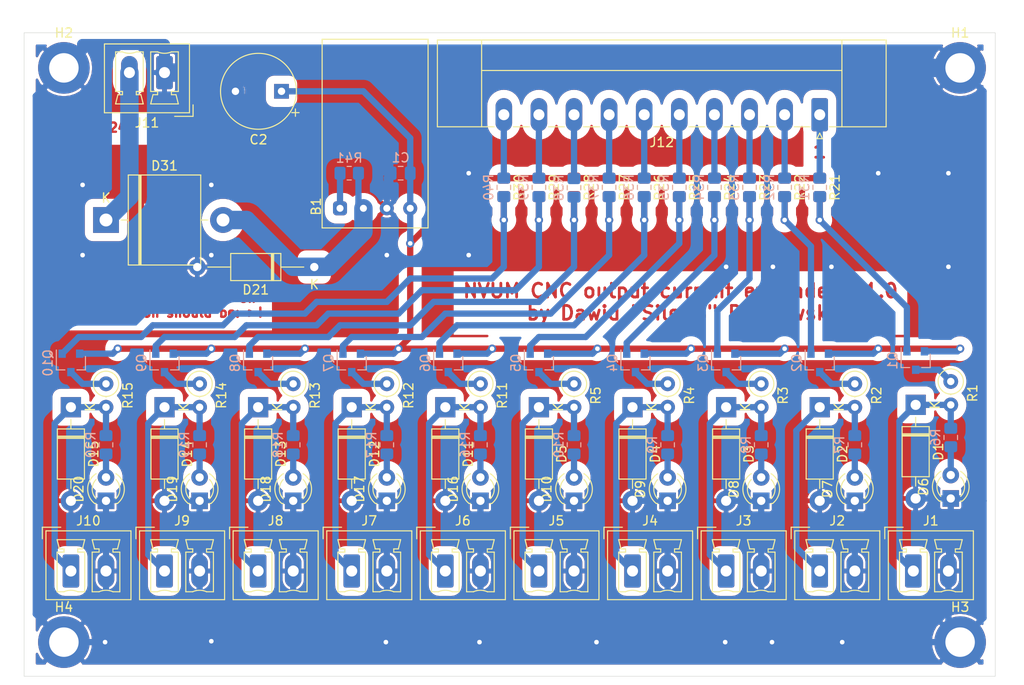
<source format=kicad_pcb>
(kicad_pcb (version 20171130) (host pcbnew "(5.1.9)-1")
  (title_block (title "Nvum output(s) current expantion board") (date 2021-03-16) (rev 1))
  (layers (0 F.Cu signal) (31 B.Cu signal) (34 B.Paste user) (35 F.Paste user) (36 B.SilkS user) (37 F.SilkS user) (38 B.Mask user) (39 F.Mask user) (44 Edge.Cuts user))
  (net 0 "")
  (net 1 "Net-(B1-Pad1)")
  (net 2 +24V)
  (net 3 GNDD)
  (net 4 +12V)
  (net 5 "Net-(D1-Pad1)")
  (net 6 "Net-(D2-Pad1)")
  (net 7 "Net-(D3-Pad1)")
  (net 8 "Net-(D4-Pad1)")
  (net 9 "Net-(D5-Pad1)")
  (net 10 "Net-(D6-Pad2)")
  (net 11 "Net-(D7-Pad2)")
  (net 12 "Net-(D8-Pad2)")
  (net 13 "Net-(D9-Pad2)")
  (net 14 "Net-(D10-Pad2)")
  (net 15 "Net-(D11-Pad1)")
  (net 16 "Net-(D12-Pad1)")
  (net 17 "Net-(D13-Pad1)")
  (net 18 "Net-(D14-Pad1)")
  (net 19 "Net-(D15-Pad1)")
  (net 20 "Net-(D16-Pad2)")
  (net 21 "Net-(D17-Pad2)")
  (net 22 "Net-(D18-Pad2)")
  (net 23 "Net-(D19-Pad2)")
  (net 24 "Net-(D20-Pad2)")
  (net 25 "Net-(J12-Pad1)")
  (net 26 "Net-(J12-Pad2)")
  (net 27 "Net-(J12-Pad3)")
  (net 28 "Net-(J12-Pad4)")
  (net 29 "Net-(J12-Pad5)")
  (net 30 "Net-(J12-Pad6)")
  (net 31 "Net-(J12-Pad7)")
  (net 32 "Net-(J12-Pad8)")
  (net 33 "Net-(J12-Pad9)")
  (net 34 "Net-(J12-Pad10)")
  (net 35 "Net-(Q1-Pad3)")
  (net 36 /Input_1)
  (net 37 /Input_2)
  (net 38 "Net-(Q2-Pad3)")
  (net 39 "Net-(Q3-Pad3)")
  (net 40 /Input_3)
  (net 41 /Input_4)
  (net 42 "Net-(Q4-Pad3)")
  (net 43 /Input_5)
  (net 44 "Net-(Q5-Pad3)")
  (net 45 "Net-(Q6-Pad3)")
  (net 46 /Input_6)
  (net 47 "Net-(Q7-Pad3)")
  (net 48 /Input_7)
  (net 49 "Net-(Q8-Pad3)")
  (net 50 /Input_8)
  (net 51 /Input_9)
  (net 52 "Net-(Q9-Pad3)")
  (net 53 /Input_10)
  (net 54 "Net-(Q10-Pad3)")
  (net 55 "Net-(D31-Pad1)")
  (module Diode_THT:D_A-405_P12.70mm_Horizontal (layer F.Cu) (at 55.626 72.4154 180)
    (fp_text reference D21 (at 6.35 -2.47) (layer F.SilkS))
    (fp_text value 1.3W24V)
    (fp_text user K (at 0 -1.9) (layer F.SilkS))
    (pad 2 thru_hole oval (at 12.7 0 180) (size 1.8 1.8) (drill 0.9) (layers *.Cu *.Mask) (net 3 GNDD))
    (pad 1 thru_hole rect (at 0 0 180) (size 1.8 1.8) (drill 0.9) (layers *.Cu *.Mask) (net 2 +24V))
  )
  (module Diode_THT:D_5KP_P12.70mm_Horizontal (layer F.Cu) (at 33.02 67.31)
    (fp_text reference D31 (at 6.35 -5.885) (layer F.SilkS))
    (fp_text value 6A)
    (fp_text user K (at 0 -2.4) (layer F.SilkS))
    (pad 2 thru_hole oval (at 12.7 0) (size 2.8 2.8) (drill 1.4) (layers *.Cu *.Mask) (net 2 +24V))
    (pad 1 thru_hole rect (at 0 0) (size 2.8 2.8) (drill 1.4) (layers *.Cu) (net 55 "Net-(D31-Pad1)"))
  )
  (module Resistor_SMD:R_0805_2012Metric_Pad1.20x1.40mm_HandSolder (layer F.Cu) (at 76.2 63.77 270)
    (fp_text reference R30 (at 0 -1.65 90) (layer F.SilkS))
    (fp_text value 100k)
    (pad 2 smd roundrect (at 1 0 270) (size 1.2 1.4) (layers F.Cu F.Paste F.Mask) (roundrect_rratio 0.2083325) (net 53 /Input_10))
    (pad 1 smd roundrect (at -1 0 270) (size 1.2 1.4) (layers F.Cu F.Paste F.Mask) (roundrect_rratio 0.2083325) (net 4 +12V))
  )
  (module Resistor_SMD:R_0805_2012Metric_Pad1.20x1.40mm_HandSolder (layer F.Cu) (at 80.01 63.77 270)
    (fp_text reference R29 (at 0 -1.65 90) (layer F.SilkS))
    (fp_text value 100k)
    (pad 2 smd roundrect (at 1 0 270) (size 1.2 1.4) (layers F.Cu F.Paste F.Mask) (roundrect_rratio 0.2083325) (net 51 /Input_9))
    (pad 1 smd roundrect (at -1 0 270) (size 1.2 1.4) (layers F.Cu F.Paste F.Mask) (roundrect_rratio 0.2083325) (net 4 +12V))
  )
  (module Resistor_SMD:R_0805_2012Metric_Pad1.20x1.40mm_HandSolder (layer F.Cu) (at 83.82 63.77 270)
    (fp_text reference R28 (at 0 -1.65 90) (layer F.SilkS))
    (fp_text value 100k)
    (pad 2 smd roundrect (at 1 0 270) (size 1.2 1.4) (layers F.Cu F.Paste F.Mask) (roundrect_rratio 0.2083325) (net 50 /Input_8))
    (pad 1 smd roundrect (at -1 0 270) (size 1.2 1.4) (layers F.Cu F.Paste F.Mask) (roundrect_rratio 0.2083325) (net 4 +12V))
  )
  (module Resistor_SMD:R_0805_2012Metric_Pad1.20x1.40mm_HandSolder (layer F.Cu) (at 87.63 63.77 270)
    (fp_text reference R27 (at 0 -1.65 90) (layer F.SilkS))
    (fp_text value 100k)
    (pad 2 smd roundrect (at 1 0 270) (size 1.2 1.4) (layers F.Cu F.Paste F.Mask) (roundrect_rratio 0.2083325) (net 48 /Input_7))
    (pad 1 smd roundrect (at -1 0 270) (size 1.2 1.4) (layers F.Cu F.Paste F.Mask) (roundrect_rratio 0.2083325) (net 4 +12V))
  )
  (module Resistor_SMD:R_0805_2012Metric_Pad1.20x1.40mm_HandSolder (layer F.Cu) (at 91.44 63.77 270)
    (fp_text reference R26 (at 0 -1.65 90) (layer F.SilkS))
    (fp_text value 100k)
    (pad 2 smd roundrect (at 1 0 270) (size 1.2 1.4) (layers F.Cu F.Paste F.Mask) (roundrect_rratio 0.2083325) (net 46 /Input_6))
    (pad 1 smd roundrect (at -1 0 270) (size 1.2 1.4) (layers F.Cu F.Paste F.Mask) (roundrect_rratio 0.2083325) (net 4 +12V))
  )
  (module Resistor_SMD:R_0805_2012Metric_Pad1.20x1.40mm_HandSolder (layer F.Cu) (at 95.25 63.77 270)
    (fp_text reference R25 (at 0 -1.65 90) (layer F.SilkS))
    (fp_text value 100k)
    (pad 2 smd roundrect (at 1 0 270) (size 1.2 1.4) (layers F.Cu F.Paste F.Mask) (roundrect_rratio 0.2083325) (net 43 /Input_5))
    (pad 1 smd roundrect (at -1 0 270) (size 1.2 1.4) (layers F.Cu F.Paste F.Mask) (roundrect_rratio 0.2083325) (net 4 +12V))
  )
  (module Resistor_SMD:R_0805_2012Metric_Pad1.20x1.40mm_HandSolder (layer F.Cu) (at 99.06 63.77 270)
    (fp_text reference R24 (at 0 -1.65 90) (layer F.SilkS))
    (fp_text value 100k)
    (pad 2 smd roundrect (at 1 0 270) (size 1.2 1.4) (layers F.Cu F.Paste F.Mask) (roundrect_rratio 0.2083325) (net 41 /Input_4))
    (pad 1 smd roundrect (at -1 0 270) (size 1.2 1.4) (layers F.Cu F.Paste F.Mask) (roundrect_rratio 0.2083325) (net 4 +12V))
  )
  (module Resistor_SMD:R_0805_2012Metric_Pad1.20x1.40mm_HandSolder (layer F.Cu) (at 102.87 63.77 270)
    (fp_text reference R23 (at 0 -1.65 90) (layer F.SilkS))
    (fp_text value 100k)
    (pad 2 smd roundrect (at 1 0 270) (size 1.2 1.4) (layers F.Cu F.Paste F.Mask) (roundrect_rratio 0.2083325) (net 40 /Input_3))
    (pad 1 smd roundrect (at -1 0 270) (size 1.2 1.4) (layers F.Cu F.Paste F.Mask) (roundrect_rratio 0.2083325) (net 4 +12V))
  )
  (module Resistor_SMD:R_0805_2012Metric_Pad1.20x1.40mm_HandSolder (layer F.Cu) (at 106.68 63.77 270)
    (fp_text reference R22 (at 0 -1.65 90) (layer F.SilkS))
    (fp_text value 100k)
    (pad 2 smd roundrect (at 1 0 270) (size 1.2 1.4) (layers F.Cu F.Paste F.Mask) (roundrect_rratio 0.2083325) (net 37 /Input_2))
    (pad 1 smd roundrect (at -1 0 270) (size 1.2 1.4) (layers F.Cu F.Paste F.Mask) (roundrect_rratio 0.2083325) (net 4 +12V))
  )
  (module Resistor_SMD:R_0805_2012Metric_Pad1.20x1.40mm_HandSolder (layer F.Cu) (at 110.49 63.77 270)
    (fp_text reference R21 (at 0 -1.65 90) (layer F.SilkS))
    (fp_text value 100k)
    (pad 2 smd roundrect (at 1 0 270) (size 1.2 1.4) (layers F.Cu F.Paste F.Mask) (roundrect_rratio 0.2083325) (net 36 /Input_1))
    (pad 1 smd roundrect (at -1 0 270) (size 1.2 1.4) (layers F.Cu F.Paste F.Mask) (roundrect_rratio 0.2083325) (net 4 +12V))
  )
  (module Resistor_THT:R_Axial_DIN0207_L6.3mm_D2.5mm_P2.54mm_Vertical (layer F.Cu) (at 33.02 85.09 270)
    (fp_text reference R15 (at 1.27 -2.37 90) (layer F.SilkS))
    (fp_text value 62)
    (pad 2 thru_hole oval (at 2.54 0 270) (size 1.6 1.6) (drill 0.8) (layers *.Cu *.Mask) (net 19 "Net-(D15-Pad1)"))
    (pad 1 thru_hole circle (at 0 0 270) (size 1.6 1.6) (drill 0.8) (layers *.Cu *.Mask) (net 54 "Net-(Q10-Pad3)"))
  )
  (module Resistor_THT:R_Axial_DIN0207_L6.3mm_D2.5mm_P2.54mm_Vertical (layer F.Cu) (at 43.18 85.09 270)
    (fp_text reference R14 (at 1.27 -2.37 90) (layer F.SilkS))
    (fp_text value 62)
    (pad 2 thru_hole oval (at 2.54 0 270) (size 1.6 1.6) (drill 0.8) (layers *.Cu *.Mask) (net 18 "Net-(D14-Pad1)"))
    (pad 1 thru_hole circle (at 0 0 270) (size 1.6 1.6) (drill 0.8) (layers *.Cu *.Mask) (net 52 "Net-(Q9-Pad3)"))
  )
  (module Resistor_THT:R_Axial_DIN0207_L6.3mm_D2.5mm_P2.54mm_Vertical (layer F.Cu) (at 53.34 85.09 270)
    (fp_text reference R13 (at 1.27 -2.37 90) (layer F.SilkS))
    (fp_text value 62)
    (pad 2 thru_hole oval (at 2.54 0 270) (size 1.6 1.6) (drill 0.8) (layers *.Cu *.Mask) (net 17 "Net-(D13-Pad1)"))
    (pad 1 thru_hole circle (at 0 0 270) (size 1.6 1.6) (drill 0.8) (layers *.Cu *.Mask) (net 49 "Net-(Q8-Pad3)"))
  )
  (module Resistor_THT:R_Axial_DIN0207_L6.3mm_D2.5mm_P2.54mm_Vertical (layer F.Cu) (at 63.5 85.09 270)
    (fp_text reference R12 (at 1.27 -2.37 90) (layer F.SilkS))
    (fp_text value 62)
    (pad 2 thru_hole oval (at 2.54 0 270) (size 1.6 1.6) (drill 0.8) (layers *.Cu *.Mask) (net 16 "Net-(D12-Pad1)"))
    (pad 1 thru_hole circle (at 0 0 270) (size 1.6 1.6) (drill 0.8) (layers *.Cu *.Mask) (net 47 "Net-(Q7-Pad3)"))
  )
  (module Resistor_THT:R_Axial_DIN0207_L6.3mm_D2.5mm_P2.54mm_Vertical (layer F.Cu) (at 73.66 85.09 270)
    (fp_text reference R11 (at 1.27 -2.37 90) (layer F.SilkS))
    (fp_text value 62)
    (pad 2 thru_hole oval (at 2.54 0 270) (size 1.6 1.6) (drill 0.8) (layers *.Cu *.Mask) (net 15 "Net-(D11-Pad1)"))
    (pad 1 thru_hole circle (at 0 0 270) (size 1.6 1.6) (drill 0.8) (layers *.Cu *.Mask) (net 45 "Net-(Q6-Pad3)"))
  )
  (module Resistor_THT:R_Axial_DIN0207_L6.3mm_D2.5mm_P2.54mm_Vertical (layer F.Cu) (at 83.82 85.09 270)
    (fp_text reference R5 (at 1.27 -2.37 90) (layer F.SilkS))
    (fp_text value 62)
    (pad 2 thru_hole oval (at 2.54 0 270) (size 1.6 1.6) (drill 0.8) (layers *.Cu *.Mask) (net 9 "Net-(D5-Pad1)"))
    (pad 1 thru_hole circle (at 0 0 270) (size 1.6 1.6) (drill 0.8) (layers *.Cu *.Mask) (net 44 "Net-(Q5-Pad3)"))
  )
  (module Resistor_THT:R_Axial_DIN0207_L6.3mm_D2.5mm_P2.54mm_Vertical (layer F.Cu) (at 93.98 85.09 270)
    (fp_text reference R4 (at 1.27 -2.37 90) (layer F.SilkS))
    (fp_text value 62)
    (pad 2 thru_hole oval (at 2.54 0 270) (size 1.6 1.6) (drill 0.8) (layers *.Cu *.Mask) (net 8 "Net-(D4-Pad1)"))
    (pad 1 thru_hole circle (at 0 0 270) (size 1.6 1.6) (drill 0.8) (layers *.Cu *.Mask) (net 42 "Net-(Q4-Pad3)"))
  )
  (module Resistor_THT:R_Axial_DIN0207_L6.3mm_D2.5mm_P2.54mm_Vertical (layer F.Cu) (at 104.14 85.09 270)
    (fp_text reference R3 (at 1.27 -2.37 90) (layer F.SilkS))
    (fp_text value 62)
    (pad 2 thru_hole oval (at 2.54 0 270) (size 1.6 1.6) (drill 0.8) (layers *.Cu *.Mask) (net 7 "Net-(D3-Pad1)"))
    (pad 1 thru_hole circle (at 0 0 270) (size 1.6 1.6) (drill 0.8) (layers *.Cu *.Mask) (net 39 "Net-(Q3-Pad3)"))
  )
  (module Resistor_THT:R_Axial_DIN0207_L6.3mm_D2.5mm_P2.54mm_Vertical (layer F.Cu) (at 114.3 85.09 270)
    (fp_text reference R2 (at 1.27 -2.37 90) (layer F.SilkS))
    (fp_text value 62)
    (pad 2 thru_hole oval (at 2.54 0 270) (size 1.6 1.6) (drill 0.8) (layers *.Cu *.Mask) (net 6 "Net-(D2-Pad1)"))
    (pad 1 thru_hole circle (at 0 0 270) (size 1.6 1.6) (drill 0.8) (layers *.Cu *.Mask) (net 38 "Net-(Q2-Pad3)"))
  )
  (module Resistor_THT:R_Axial_DIN0207_L6.3mm_D2.5mm_P2.54mm_Vertical (layer F.Cu) (at 124.714 84.836 270)
    (fp_text reference R1 (at 1.27 -2.37 90) (layer F.SilkS))
    (fp_text value 62)
    (pad 2 thru_hole oval (at 2.54 0 270) (size 1.6 1.6) (drill 0.8) (layers *.Cu *.Mask) (net 5 "Net-(D1-Pad1)"))
    (pad 1 thru_hole circle (at 0 0 270) (size 1.6 1.6) (drill 0.8) (layers *.Cu *.Mask) (net 35 "Net-(Q1-Pad3)"))
  )
  (module breakot_SileliS:DC-DC_24V_Stepdown_brekout_horizontal (layer F.Cu) (at 56.73 67.945 90)
    (fp_text reference B1 (at 2.1 -0.9 90) (layer F.SilkS))
    (fp_text value "DC-DC stepdown 12V0")
    (pad 1 thru_hole roundrect (at 1.905 1.69 90) (size 1.524 1.524) (drill 0.762) (layers *.Cu *.Mask) (net 1 "Net-(B1-Pad1)"))
    (pad 2 thru_hole circle (at 1.905 4.23 90) (size 1.524 1.524) (drill 0.762) (layers *.Cu *.Mask) (net 2 +24V))
    (pad 3 thru_hole circle (at 1.905 6.77 90) (size 1.524 1.524) (drill 0.762) (layers *.Cu *.Mask) (net 3 GNDD))
    (pad 4 thru_hole circle (at 1.905 9.31 90) (size 1.524 1.524) (drill 0.762) (layers *.Cu *.Mask) (net 4 +12V))
  )
  (module Capacitor_SMD:C_0805_2012Metric_Pad1.18x1.45mm_HandSolder (layer B.Cu) (at 65.0025 62.23 180)
    (fp_text reference C1 (at 0 1.68) (layer B.SilkS) (effects (justify mirror)))
    (fp_text value 100nF)
    (pad 1 smd roundrect (at -1.0375 0 180) (size 1.175 1.45) (layers B.Cu B.Paste B.Mask) (roundrect_rratio 0.2127659574468085) (net 4 +12V))
    (pad 2 smd roundrect (at 1.0375 0 180) (size 1.175 1.45) (layers B.Cu B.Paste B.Mask) (roundrect_rratio 0.2127659574468085) (net 3 GNDD))
  )
  (module Capacitor_THT:CP_Radial_Tantal_D8.0mm_P5.00mm (layer F.Cu) (at 52.07 53.34 180)
    (fp_text reference C2 (at 2.5 -5.25) (layer F.SilkS))
    (fp_text value 470uF)
    (pad 1 thru_hole rect (at 0 0 180) (size 1.6 1.6) (drill 0.8) (layers *.Cu *.Mask) (net 4 +12V))
    (pad 2 thru_hole circle (at 5 0 180) (size 1.6 1.6) (drill 0.8) (layers *.Cu *.Mask) (net 3 GNDD))
  )
  (module Diode_THT:D_DO-41_SOD81_P10.16mm_Horizontal (layer F.Cu) (at 120.904 87.376 270)
    (fp_text reference D1 (at 5.08 -2.47 90) (layer F.SilkS))
    (fp_text value 1N4001)
    (fp_text user K (at 0 -2.1 90) (layer F.SilkS))
    (pad 2 thru_hole oval (at 10.16 0 270) (size 2.2 2.2) (drill 1.1) (layers *.Cu *.Mask) (net 3 GNDD))
    (pad 1 thru_hole rect (at 0 0 270) (size 2.2 2.2) (drill 1.1) (layers *.Cu *.Mask) (net 5 "Net-(D1-Pad1)"))
  )
  (module Diode_THT:D_DO-41_SOD81_P10.16mm_Horizontal (layer F.Cu) (at 110.49 87.63 270)
    (fp_text reference D2 (at 5.08 -2.47 90) (layer F.SilkS))
    (fp_text value 1N4001)
    (fp_text user K (at 0 -2.1 90) (layer F.SilkS))
    (pad 2 thru_hole oval (at 10.16 0 270) (size 2.2 2.2) (drill 1.1) (layers *.Cu *.Mask) (net 3 GNDD))
    (pad 1 thru_hole rect (at 0 0 270) (size 2.2 2.2) (drill 1.1) (layers *.Cu *.Mask) (net 6 "Net-(D2-Pad1)"))
  )
  (module Diode_THT:D_DO-41_SOD81_P10.16mm_Horizontal (layer F.Cu) (at 100.33 87.63 270)
    (fp_text reference D3 (at 5.08 -2.47 90) (layer F.SilkS))
    (fp_text value 1N4001)
    (fp_text user K (at 0 -2.1 90) (layer F.SilkS))
    (pad 2 thru_hole oval (at 10.16 0 270) (size 2.2 2.2) (drill 1.1) (layers *.Cu *.Mask) (net 3 GNDD))
    (pad 1 thru_hole rect (at 0 0 270) (size 2.2 2.2) (drill 1.1) (layers *.Cu *.Mask) (net 7 "Net-(D3-Pad1)"))
  )
  (module Diode_THT:D_DO-41_SOD81_P10.16mm_Horizontal (layer F.Cu) (at 90.17 87.63 270)
    (fp_text reference D4 (at 5.08 -2.47 90) (layer F.SilkS))
    (fp_text value 1N4001)
    (fp_text user K (at 0 -2.1 90) (layer F.SilkS))
    (pad 1 thru_hole rect (at 0 0 270) (size 2.2 2.2) (drill 1.1) (layers *.Cu *.Mask) (net 8 "Net-(D4-Pad1)"))
    (pad 2 thru_hole oval (at 10.16 0 270) (size 2.2 2.2) (drill 1.1) (layers *.Cu *.Mask) (net 3 GNDD))
  )
  (module Diode_THT:D_DO-41_SOD81_P10.16mm_Horizontal (layer F.Cu) (at 80.01 87.63 270)
    (fp_text reference D5 (at 5.08 -2.47 90) (layer F.SilkS))
    (fp_text value 1N4001)
    (fp_text user K (at 0 -2.1 90) (layer F.SilkS))
    (pad 1 thru_hole rect (at 0 0 270) (size 2.2 2.2) (drill 1.1) (layers *.Cu *.Mask) (net 9 "Net-(D5-Pad1)"))
    (pad 2 thru_hole oval (at 10.16 0 270) (size 2.2 2.2) (drill 1.1) (layers *.Cu *.Mask) (net 3 GNDD))
  )
  (module LED_THT:LED_D3.0mm (layer F.Cu) (at 124.714 97.536 90)
    (fp_text reference D6 (at 1.27 -2.96 90) (layer F.SilkS))
    (fp_text value LED)
    (pad 2 thru_hole circle (at 2.54 0 90) (size 1.8 1.8) (drill 0.9) (layers *.Cu *.Mask) (net 10 "Net-(D6-Pad2)"))
    (pad 1 thru_hole rect (at 0 0 90) (size 1.8 1.8) (drill 0.9) (layers *.Cu *.Mask) (net 3 GNDD))
  )
  (module LED_THT:LED_D3.0mm (layer F.Cu) (at 114.3 97.79 90)
    (fp_text reference D7 (at 1.27 -2.96 90) (layer F.SilkS))
    (fp_text value LED)
    (pad 1 thru_hole rect (at 0 0 90) (size 1.8 1.8) (drill 0.9) (layers *.Cu *.Mask) (net 3 GNDD))
    (pad 2 thru_hole circle (at 2.54 0 90) (size 1.8 1.8) (drill 0.9) (layers *.Cu *.Mask) (net 11 "Net-(D7-Pad2)"))
  )
  (module LED_THT:LED_D3.0mm (layer F.Cu) (at 104.14 97.79 90)
    (fp_text reference D8 (at 1.27 -2.96 90) (layer F.SilkS))
    (fp_text value LED)
    (pad 2 thru_hole circle (at 2.54 0 90) (size 1.8 1.8) (drill 0.9) (layers *.Cu *.Mask) (net 12 "Net-(D8-Pad2)"))
    (pad 1 thru_hole rect (at 0 0 90) (size 1.8 1.8) (drill 0.9) (layers *.Cu *.Mask) (net 3 GNDD))
  )
  (module LED_THT:LED_D3.0mm (layer F.Cu) (at 93.98 97.79 90)
    (fp_text reference D9 (at 1.27 -2.96 90) (layer F.SilkS))
    (fp_text value LED)
    (pad 1 thru_hole rect (at 0 0 90) (size 1.8 1.8) (drill 0.9) (layers *.Cu *.Mask) (net 3 GNDD))
    (pad 2 thru_hole circle (at 2.54 0 90) (size 1.8 1.8) (drill 0.9) (layers *.Cu *.Mask) (net 13 "Net-(D9-Pad2)"))
  )
  (module LED_THT:LED_D3.0mm (layer F.Cu) (at 83.82 97.79 90)
    (fp_text reference D10 (at 1.27 -2.96 90) (layer F.SilkS))
    (fp_text value LED)
    (pad 2 thru_hole circle (at 2.54 0 90) (size 1.8 1.8) (drill 0.9) (layers *.Cu *.Mask) (net 14 "Net-(D10-Pad2)"))
    (pad 1 thru_hole rect (at 0 0 90) (size 1.8 1.8) (drill 0.9) (layers *.Cu *.Mask) (net 3 GNDD))
  )
  (module Diode_THT:D_DO-41_SOD81_P10.16mm_Horizontal (layer F.Cu) (at 69.85 87.63 270)
    (fp_text reference D11 (at 5.08 -2.47 90) (layer F.SilkS))
    (fp_text value 1N4001)
    (fp_text user K (at 0 -2.1 90) (layer F.SilkS))
    (pad 2 thru_hole oval (at 10.16 0 270) (size 2.2 2.2) (drill 1.1) (layers *.Cu *.Mask) (net 3 GNDD))
    (pad 1 thru_hole rect (at 0 0 270) (size 2.2 2.2) (drill 1.1) (layers *.Cu *.Mask) (net 15 "Net-(D11-Pad1)"))
  )
  (module Diode_THT:D_DO-41_SOD81_P10.16mm_Horizontal (layer F.Cu) (at 59.69 87.63 270)
    (fp_text reference D12 (at 5.08 -2.47 90) (layer F.SilkS))
    (fp_text value 1N4001)
    (fp_text user K (at 0 -2.1 90) (layer F.SilkS))
    (pad 2 thru_hole oval (at 10.16 0 270) (size 2.2 2.2) (drill 1.1) (layers *.Cu *.Mask) (net 3 GNDD))
    (pad 1 thru_hole rect (at 0 0 270) (size 2.2 2.2) (drill 1.1) (layers *.Cu *.Mask) (net 16 "Net-(D12-Pad1)"))
  )
  (module Diode_THT:D_DO-41_SOD81_P10.16mm_Horizontal (layer F.Cu) (at 49.53 87.63 270)
    (fp_text reference D13 (at 5.08 -2.47 90) (layer F.SilkS))
    (fp_text value 1N4001)
    (fp_text user K (at 0 -2.1 90) (layer F.SilkS))
    (pad 1 thru_hole rect (at 0 0 270) (size 2.2 2.2) (drill 1.1) (layers *.Cu *.Mask) (net 17 "Net-(D13-Pad1)"))
    (pad 2 thru_hole oval (at 10.16 0 270) (size 2.2 2.2) (drill 1.1) (layers *.Cu *.Mask) (net 3 GNDD))
  )
  (module Diode_THT:D_DO-41_SOD81_P10.16mm_Horizontal (layer F.Cu) (at 39.37 87.63 270)
    (fp_text reference D14 (at 5.08 -2.47 90) (layer F.SilkS))
    (fp_text value 1N4001)
    (fp_text user K (at 0 -2.1 90) (layer F.SilkS))
    (pad 1 thru_hole rect (at 0 0 270) (size 2.2 2.2) (drill 1.1) (layers *.Cu *.Mask) (net 18 "Net-(D14-Pad1)"))
    (pad 2 thru_hole oval (at 10.16 0 270) (size 2.2 2.2) (drill 1.1) (layers *.Cu *.Mask) (net 3 GNDD))
  )
  (module Diode_THT:D_DO-41_SOD81_P10.16mm_Horizontal (layer F.Cu) (at 29.21 87.63 270)
    (fp_text reference D15 (at 5.08 -2.47 90) (layer F.SilkS))
    (fp_text value 1N4001)
    (fp_text user K (at 0 -2.1 90) (layer F.SilkS))
    (pad 2 thru_hole oval (at 10.16 0 270) (size 2.2 2.2) (drill 1.1) (layers *.Cu *.Mask) (net 3 GNDD))
    (pad 1 thru_hole rect (at 0 0 270) (size 2.2 2.2) (drill 1.1) (layers *.Cu *.Mask) (net 19 "Net-(D15-Pad1)"))
  )
  (module LED_THT:LED_D3.0mm (layer F.Cu) (at 73.66 97.79 90)
    (fp_text reference D16 (at 1.27 -2.96 90) (layer F.SilkS))
    (fp_text value LED)
    (pad 2 thru_hole circle (at 2.54 0 90) (size 1.8 1.8) (drill 0.9) (layers *.Cu *.Mask) (net 20 "Net-(D16-Pad2)"))
    (pad 1 thru_hole rect (at 0 0 90) (size 1.8 1.8) (drill 0.9) (layers *.Cu *.Mask) (net 3 GNDD))
  )
  (module LED_THT:LED_D3.0mm (layer F.Cu) (at 63.5 97.79 90)
    (fp_text reference D17 (at 1.27 -2.96 90) (layer F.SilkS))
    (fp_text value LED)
    (pad 1 thru_hole rect (at 0 0 90) (size 1.8 1.8) (drill 0.9) (layers *.Cu *.Mask) (net 3 GNDD))
    (pad 2 thru_hole circle (at 2.54 0 90) (size 1.8 1.8) (drill 0.9) (layers *.Cu *.Mask) (net 21 "Net-(D17-Pad2)"))
  )
  (module LED_THT:LED_D3.0mm (layer F.Cu) (at 53.34 97.79 90)
    (fp_text reference D18 (at 1.27 -2.96 90) (layer F.SilkS))
    (fp_text value LED)
    (pad 1 thru_hole rect (at 0 0 90) (size 1.8 1.8) (drill 0.9) (layers *.Cu *.Mask) (net 3 GNDD))
    (pad 2 thru_hole circle (at 2.54 0 90) (size 1.8 1.8) (drill 0.9) (layers *.Cu *.Mask) (net 22 "Net-(D18-Pad2)"))
  )
  (module LED_THT:LED_D3.0mm (layer F.Cu) (at 43.18 97.79 90)
    (fp_text reference D19 (at 1.27 -2.96 90) (layer F.SilkS))
    (fp_text value LED)
    (pad 1 thru_hole rect (at 0 0 90) (size 1.8 1.8) (drill 0.9) (layers *.Cu *.Mask) (net 3 GNDD))
    (pad 2 thru_hole circle (at 2.54 0 90) (size 1.8 1.8) (drill 0.9) (layers *.Cu *.Mask) (net 23 "Net-(D19-Pad2)"))
  )
  (module LED_THT:LED_D3.0mm (layer F.Cu) (at 33.02 97.79 90)
    (fp_text reference D20 (at 1.27 -2.96 90) (layer F.SilkS))
    (fp_text value LED)
    (pad 2 thru_hole circle (at 2.54 0 90) (size 1.8 1.8) (drill 0.9) (layers *.Cu *.Mask) (net 24 "Net-(D20-Pad2)"))
    (pad 1 thru_hole rect (at 0 0 90) (size 1.8 1.8) (drill 0.9) (layers *.Cu *.Mask) (net 3 GNDD))
  )
  (module MountingHole:MountingHole_3.2mm_M3_DIN965_Pad (layer F.Cu) (at 125.73 50.8)
    (fp_text reference H1 (at 0 -3.8) (layer F.SilkS))
    (fp_text value MountingHole_Pad)
    (pad 1 thru_hole circle (at 0 0) (size 5.6 5.6) (drill 3.2) (layers *.Cu *.Mask) (net 3 GNDD))
  )
  (module MountingHole:MountingHole_3.2mm_M3_DIN965_Pad (layer F.Cu) (at 28.448 50.8)
    (fp_text reference H2 (at 0 -3.8) (layer F.SilkS))
    (fp_text value MountingHole_Pad)
    (pad 1 thru_hole circle (at 0 0) (size 5.6 5.6) (drill 3.2) (layers *.Cu *.Mask) (net 3 GNDD))
  )
  (module MountingHole:MountingHole_3.2mm_M3_DIN965_Pad (layer F.Cu) (at 125.73 113.13)
    (fp_text reference H3 (at 0 -3.8) (layer F.SilkS))
    (fp_text value MountingHole_Pad)
    (pad 1 thru_hole circle (at 0 0) (size 5.6 5.6) (drill 3.2) (layers *.Cu *.Mask) (net 3 GNDD))
  )
  (module MountingHole:MountingHole_3.2mm_M3_DIN965_Pad (layer F.Cu) (at 28.448 113.13)
    (fp_text reference H4 (at 0 -3.8) (layer F.SilkS))
    (fp_text value MountingHole_Pad)
    (pad 1 thru_hole circle (at 0 0) (size 5.6 5.6) (drill 3.2) (layers *.Cu *.Mask) (net 3 GNDD))
  )
  (module Connector_Phoenix_MC:PhoenixContact_MCV_1,5_2-G-3.81_1x02_P3.81mm_Vertical (layer F.Cu) (at 120.65 105.41)
    (fp_text reference J1 (at 1.9 -5.45) (layer F.SilkS))
    (fp_text value Conn_01x02_Female)
    (pad 1 thru_hole roundrect (at 0 0) (size 1.8 3.6) (drill 1.2) (layers *.Cu *.Mask) (roundrect_rratio 0.1388888888888889) (net 5 "Net-(D1-Pad1)"))
    (pad 2 thru_hole oval (at 3.81 0) (size 1.8 3.6) (drill 1.2) (layers *.Cu *.Mask) (net 3 GNDD))
  )
  (module Connector_Phoenix_MC:PhoenixContact_MCV_1,5_2-G-3.81_1x02_P3.81mm_Vertical (layer F.Cu) (at 110.49 105.41)
    (fp_text reference J2 (at 1.9 -5.45) (layer F.SilkS))
    (fp_text value Conn_01x02_Female)
    (pad 2 thru_hole oval (at 3.81 0) (size 1.8 3.6) (drill 1.2) (layers *.Cu *.Mask) (net 3 GNDD))
    (pad 1 thru_hole roundrect (at 0 0) (size 1.8 3.6) (drill 1.2) (layers *.Cu *.Mask) (roundrect_rratio 0.1388888888888889) (net 6 "Net-(D2-Pad1)"))
  )
  (module Connector_Phoenix_MC:PhoenixContact_MCV_1,5_2-G-3.81_1x02_P3.81mm_Vertical (layer F.Cu) (at 100.33 105.41)
    (fp_text reference J3 (at 1.9 -5.45) (layer F.SilkS))
    (fp_text value Conn_01x02_Female)
    (pad 2 thru_hole oval (at 3.81 0) (size 1.8 3.6) (drill 1.2) (layers *.Cu *.Mask) (net 3 GNDD))
    (pad 1 thru_hole roundrect (at 0 0) (size 1.8 3.6) (drill 1.2) (layers *.Cu *.Mask) (roundrect_rratio 0.1388888888888889) (net 7 "Net-(D3-Pad1)"))
  )
  (module Connector_Phoenix_MC:PhoenixContact_MCV_1,5_2-G-3.81_1x02_P3.81mm_Vertical (layer F.Cu) (at 90.17 105.41)
    (fp_text reference J4 (at 1.9 -5.45) (layer F.SilkS))
    (fp_text value Conn_01x02_Female)
    (pad 2 thru_hole oval (at 3.81 0) (size 1.8 3.6) (drill 1.2) (layers *.Cu *.Mask) (net 3 GNDD))
    (pad 1 thru_hole roundrect (at 0 0) (size 1.8 3.6) (drill 1.2) (layers *.Cu *.Mask) (roundrect_rratio 0.1388888888888889) (net 8 "Net-(D4-Pad1)"))
  )
  (module Connector_Phoenix_MC:PhoenixContact_MCV_1,5_2-G-3.81_1x02_P3.81mm_Vertical (layer F.Cu) (at 80.01 105.41)
    (fp_text reference J5 (at 1.9 -5.45) (layer F.SilkS))
    (fp_text value Conn_01x02_Female)
    (pad 1 thru_hole roundrect (at 0 0) (size 1.8 3.6) (drill 1.2) (layers *.Cu *.Mask) (roundrect_rratio 0.1388888888888889) (net 9 "Net-(D5-Pad1)"))
    (pad 2 thru_hole oval (at 3.81 0) (size 1.8 3.6) (drill 1.2) (layers *.Cu *.Mask) (net 3 GNDD))
  )
  (module Connector_Phoenix_MC:PhoenixContact_MCV_1,5_2-G-3.81_1x02_P3.81mm_Vertical (layer F.Cu) (at 69.85 105.41)
    (fp_text reference J6 (at 1.9 -5.45) (layer F.SilkS))
    (fp_text value Conn_01x02_Female)
    (pad 2 thru_hole oval (at 3.81 0) (size 1.8 3.6) (drill 1.2) (layers *.Cu *.Mask) (net 3 GNDD))
    (pad 1 thru_hole roundrect (at 0 0) (size 1.8 3.6) (drill 1.2) (layers *.Cu *.Mask) (roundrect_rratio 0.1388888888888889) (net 15 "Net-(D11-Pad1)"))
  )
  (module Connector_Phoenix_MC:PhoenixContact_MCV_1,5_2-G-3.81_1x02_P3.81mm_Vertical (layer F.Cu) (at 59.69 105.41)
    (fp_text reference J7 (at 1.9 -5.45) (layer F.SilkS))
    (fp_text value Conn_01x02_Female)
    (pad 1 thru_hole roundrect (at 0 0) (size 1.8 3.6) (drill 1.2) (layers *.Cu *.Mask) (roundrect_rratio 0.1388888888888889) (net 16 "Net-(D12-Pad1)"))
    (pad 2 thru_hole oval (at 3.81 0) (size 1.8 3.6) (drill 1.2) (layers *.Cu *.Mask) (net 3 GNDD))
  )
  (module Connector_Phoenix_MC:PhoenixContact_MCV_1,5_2-G-3.81_1x02_P3.81mm_Vertical (layer F.Cu) (at 49.53 105.41)
    (fp_text reference J8 (at 1.9 -5.45) (layer F.SilkS))
    (fp_text value Conn_01x02_Female)
    (pad 1 thru_hole roundrect (at 0 0) (size 1.8 3.6) (drill 1.2) (layers *.Cu *.Mask) (roundrect_rratio 0.1388888888888889) (net 17 "Net-(D13-Pad1)"))
    (pad 2 thru_hole oval (at 3.81 0) (size 1.8 3.6) (drill 1.2) (layers *.Cu *.Mask) (net 3 GNDD))
  )
  (module Connector_Phoenix_MC:PhoenixContact_MCV_1,5_2-G-3.81_1x02_P3.81mm_Vertical (layer F.Cu) (at 39.37 105.41)
    (fp_text reference J9 (at 1.9 -5.45) (layer F.SilkS))
    (fp_text value Conn_01x02_Female)
    (pad 1 thru_hole roundrect (at 0 0) (size 1.8 3.6) (drill 1.2) (layers *.Cu *.Mask) (roundrect_rratio 0.1388888888888889) (net 18 "Net-(D14-Pad1)"))
    (pad 2 thru_hole oval (at 3.81 0) (size 1.8 3.6) (drill 1.2) (layers *.Cu *.Mask) (net 3 GNDD))
  )
  (module Connector_Phoenix_MC:PhoenixContact_MCV_1,5_2-G-3.81_1x02_P3.81mm_Vertical (layer F.Cu) (at 29.21 105.41)
    (fp_text reference J10 (at 1.9 -5.45) (layer F.SilkS))
    (fp_text value Conn_01x02_Female)
    (pad 2 thru_hole oval (at 3.81 0) (size 1.8 3.6) (drill 1.2) (layers *.Cu *.Mask) (net 3 GNDD))
    (pad 1 thru_hole roundrect (at 0 0) (size 1.8 3.6) (drill 1.2) (layers *.Cu *.Mask) (roundrect_rratio 0.1388888888888889) (net 19 "Net-(D15-Pad1)"))
  )
  (module Connector_Phoenix_MC:PhoenixContact_MCV_1,5_2-G-3.81_1x02_P3.81mm_Vertical (layer F.Cu) (at 39.37 51.308 180)
    (fp_text reference J11 (at 1.9 -5.45) (layer F.SilkS))
    (fp_text value "PS 14-24V")
    (pad 1 thru_hole roundrect (at 0 0 180) (size 1.8 3.6) (drill 1.2) (layers *.Cu *.Mask) (roundrect_rratio 0.1388888888888889) (net 3 GNDD))
    (pad 2 thru_hole oval (at 3.81 0 180) (size 1.8 3.6) (drill 1.2) (layers *.Cu *.Mask) (net 55 "Net-(D31-Pad1)"))
  )
  (module Connector_Phoenix_MC:PhoenixContact_MC_1,5_10-GF-3.81_1x10_P3.81mm_Horizontal_ThreadedFlange (layer F.Cu) (at 110.49 55.88 180)
    (fp_text reference J12 (at 17.14 -3) (layer F.SilkS))
    (fp_text value Conn_01x10_Male)
    (pad 1 thru_hole roundrect (at 0 0 180) (size 1.8 3.6) (drill 1.2) (layers *.Cu *.Mask) (roundrect_rratio 0.1388888888888889) (net 25 "Net-(J12-Pad1)"))
    (pad 2 thru_hole oval (at 3.81 0 180) (size 1.8 3.6) (drill 1.2) (layers *.Cu *.Mask) (net 26 "Net-(J12-Pad2)"))
    (pad 3 thru_hole oval (at 7.62 0 180) (size 1.8 3.6) (drill 1.2) (layers *.Cu *.Mask) (net 27 "Net-(J12-Pad3)"))
    (pad 4 thru_hole oval (at 11.43 0 180) (size 1.8 3.6) (drill 1.2) (layers *.Cu *.Mask) (net 28 "Net-(J12-Pad4)"))
    (pad 5 thru_hole oval (at 15.24 0 180) (size 1.8 3.6) (drill 1.2) (layers *.Cu *.Mask) (net 29 "Net-(J12-Pad5)"))
    (pad 6 thru_hole oval (at 19.05 0 180) (size 1.8 3.6) (drill 1.2) (layers *.Cu *.Mask) (net 30 "Net-(J12-Pad6)"))
    (pad 7 thru_hole oval (at 22.86 0 180) (size 1.8 3.6) (drill 1.2) (layers *.Cu *.Mask) (net 31 "Net-(J12-Pad7)"))
    (pad 8 thru_hole oval (at 26.67 0 180) (size 1.8 3.6) (drill 1.2) (layers *.Cu *.Mask) (net 32 "Net-(J12-Pad8)"))
    (pad 9 thru_hole oval (at 30.48 0 180) (size 1.8 3.6) (drill 1.2) (layers *.Cu *.Mask) (net 33 "Net-(J12-Pad9)"))
    (pad 10 thru_hole oval (at 34.29 0 180) (size 1.8 3.6) (drill 1.2) (layers *.Cu *.Mask) (net 34 "Net-(J12-Pad10)"))
  )
  (module Package_TO_SOT_SMD:SOT-23 (layer B.Cu) (at 120.904 82.566 270)
    (fp_text reference Q1 (at 0 2.5 90) (layer B.SilkS) (effects (justify mirror)))
    (fp_text value BC807)
    (pad 3 smd rect (at 1 0 270) (size 0.9 0.8) (layers B.Cu B.Paste B.Mask) (net 35 "Net-(Q1-Pad3)"))
    (pad 2 smd rect (at -1 -0.95 270) (size 0.9 0.8) (layers B.Cu B.Paste B.Mask) (net 4 +12V))
    (pad 1 smd rect (at -1 0.95 270) (size 0.9 0.8) (layers B.Cu B.Paste B.Mask) (net 36 /Input_1))
  )
  (module Package_TO_SOT_SMD:SOT-23 (layer B.Cu) (at 110.49 82.82 270)
    (fp_text reference Q2 (at 0 2.5 90) (layer B.SilkS) (effects (justify mirror)))
    (fp_text value BC807)
    (pad 1 smd rect (at -1 0.95 270) (size 0.9 0.8) (layers B.Cu B.Paste B.Mask) (net 37 /Input_2))
    (pad 2 smd rect (at -1 -0.95 270) (size 0.9 0.8) (layers B.Cu B.Paste B.Mask) (net 4 +12V))
    (pad 3 smd rect (at 1 0 270) (size 0.9 0.8) (layers B.Cu B.Paste B.Mask) (net 38 "Net-(Q2-Pad3)"))
  )
  (module Package_TO_SOT_SMD:SOT-23 (layer B.Cu) (at 100.33 82.82 270)
    (fp_text reference Q3 (at 0 2.5 90) (layer B.SilkS) (effects (justify mirror)))
    (fp_text value BC807)
    (pad 3 smd rect (at 1 0 270) (size 0.9 0.8) (layers B.Cu B.Paste B.Mask) (net 39 "Net-(Q3-Pad3)"))
    (pad 2 smd rect (at -1 -0.95 270) (size 0.9 0.8) (layers B.Cu B.Paste B.Mask) (net 4 +12V))
    (pad 1 smd rect (at -1 0.95 270) (size 0.9 0.8) (layers B.Cu B.Paste B.Mask) (net 40 /Input_3))
  )
  (module Package_TO_SOT_SMD:SOT-23 (layer B.Cu) (at 90.49 82.82 270)
    (fp_text reference Q4 (at 0 2.5 90) (layer B.SilkS) (effects (justify mirror)))
    (fp_text value BC807)
    (pad 1 smd rect (at -1 0.95 270) (size 0.9 0.8) (layers B.Cu B.Paste B.Mask) (net 41 /Input_4))
    (pad 2 smd rect (at -1 -0.95 270) (size 0.9 0.8) (layers B.Cu B.Paste B.Mask) (net 4 +12V))
    (pad 3 smd rect (at 1 0 270) (size 0.9 0.8) (layers B.Cu B.Paste B.Mask) (net 42 "Net-(Q4-Pad3)"))
  )
  (module Package_TO_SOT_SMD:SOT-23 (layer B.Cu) (at 80.01 82.82 270)
    (fp_text reference Q5 (at 0 2.5 90) (layer B.SilkS) (effects (justify mirror)))
    (fp_text value BC807)
    (pad 1 smd rect (at -1 0.95 270) (size 0.9 0.8) (layers B.Cu B.Paste B.Mask) (net 43 /Input_5))
    (pad 2 smd rect (at -1 -0.95 270) (size 0.9 0.8) (layers B.Cu B.Paste B.Mask) (net 4 +12V))
    (pad 3 smd rect (at 1 0 270) (size 0.9 0.8) (layers B.Cu B.Paste B.Mask) (net 44 "Net-(Q5-Pad3)"))
  )
  (module Package_TO_SOT_SMD:SOT-23 (layer B.Cu) (at 70.17 82.82 270)
    (fp_text reference Q6 (at 0 2.5 90) (layer B.SilkS) (effects (justify mirror)))
    (fp_text value BC807)
    (pad 3 smd rect (at 1 0 270) (size 0.9 0.8) (layers B.Cu B.Paste B.Mask) (net 45 "Net-(Q6-Pad3)"))
    (pad 2 smd rect (at -1 -0.95 270) (size 0.9 0.8) (layers B.Cu B.Paste B.Mask) (net 4 +12V))
    (pad 1 smd rect (at -1 0.95 270) (size 0.9 0.8) (layers B.Cu B.Paste B.Mask) (net 46 /Input_6))
  )
  (module Package_TO_SOT_SMD:SOT-23 (layer B.Cu) (at 59.69 82.82 270)
    (fp_text reference Q7 (at 0 2.5 270) (layer B.SilkS) (effects (justify mirror)))
    (fp_text value BC807)
    (pad 3 smd rect (at 1 0 270) (size 0.9 0.8) (layers B.Cu B.Paste B.Mask) (net 47 "Net-(Q7-Pad3)"))
    (pad 2 smd rect (at -1 -0.95 270) (size 0.9 0.8) (layers B.Cu B.Paste B.Mask) (net 4 +12V))
    (pad 1 smd rect (at -1 0.95 270) (size 0.9 0.8) (layers B.Cu B.Paste B.Mask) (net 48 /Input_7))
  )
  (module Package_TO_SOT_SMD:SOT-23 (layer B.Cu) (at 49.53 82.82 270)
    (fp_text reference Q8 (at 0 2.5 90) (layer B.SilkS) (effects (justify mirror)))
    (fp_text value BC807)
    (pad 3 smd rect (at 1 0 270) (size 0.9 0.8) (layers B.Cu B.Paste B.Mask) (net 49 "Net-(Q8-Pad3)"))
    (pad 2 smd rect (at -1 -0.95 270) (size 0.9 0.8) (layers B.Cu B.Paste B.Mask) (net 4 +12V))
    (pad 1 smd rect (at -1 0.95 270) (size 0.9 0.8) (layers B.Cu B.Paste B.Mask) (net 50 /Input_8))
  )
  (module Package_TO_SOT_SMD:SOT-23 (layer B.Cu) (at 39.37 82.82 270)
    (fp_text reference Q9 (at 0 2.5 90) (layer B.SilkS) (effects (justify mirror)))
    (fp_text value BC807)
    (pad 1 smd rect (at -1 0.95 270) (size 0.9 0.8) (layers B.Cu B.Paste B.Mask) (net 51 /Input_9))
    (pad 2 smd rect (at -1 -0.95 270) (size 0.9 0.8) (layers B.Cu B.Paste B.Mask) (net 4 +12V))
    (pad 3 smd rect (at 1 0 270) (size 0.9 0.8) (layers B.Cu B.Paste B.Mask) (net 52 "Net-(Q9-Pad3)"))
  )
  (module Package_TO_SOT_SMD:SOT-23 (layer B.Cu) (at 29.21 82.82 270)
    (fp_text reference Q10 (at 0 2.5 90) (layer B.SilkS) (effects (justify mirror)))
    (fp_text value BC807)
    (pad 1 smd rect (at -1 0.95 270) (size 0.9 0.8) (layers B.Cu B.Paste B.Mask) (net 53 /Input_10))
    (pad 2 smd rect (at -1 -0.95 270) (size 0.9 0.8) (layers B.Cu B.Paste B.Mask) (net 4 +12V))
    (pad 3 smd rect (at 1 0 270) (size 0.9 0.8) (layers B.Cu B.Paste B.Mask) (net 54 "Net-(Q10-Pad3)"))
  )
  (module Resistor_SMD:R_0805_2012Metric_Pad1.20x1.40mm_HandSolder (layer B.Cu) (at 124.714 90.916 270)
    (fp_text reference R6 (at 0 1.65 90) (layer B.SilkS) (effects (justify mirror)))
    (fp_text value 1500)
    (pad 1 smd roundrect (at -1 0 270) (size 1.2 1.4) (layers B.Cu B.Paste B.Mask) (roundrect_rratio 0.2083325) (net 5 "Net-(D1-Pad1)"))
    (pad 2 smd roundrect (at 1 0 270) (size 1.2 1.4) (layers B.Cu B.Paste B.Mask) (roundrect_rratio 0.2083325) (net 10 "Net-(D6-Pad2)"))
  )
  (module Resistor_SMD:R_0805_2012Metric_Pad1.20x1.40mm_HandSolder (layer B.Cu) (at 114.3 91.71 270)
    (fp_text reference R7 (at 0 1.65 90) (layer B.SilkS) (effects (justify mirror)))
    (fp_text value 1500)
    (pad 1 smd roundrect (at -1 0 270) (size 1.2 1.4) (layers B.Cu B.Paste B.Mask) (roundrect_rratio 0.2083325) (net 6 "Net-(D2-Pad1)"))
    (pad 2 smd roundrect (at 1 0 270) (size 1.2 1.4) (layers B.Cu B.Paste B.Mask) (roundrect_rratio 0.2083325) (net 11 "Net-(D7-Pad2)"))
  )
  (module Resistor_SMD:R_0805_2012Metric_Pad1.20x1.40mm_HandSolder (layer B.Cu) (at 104.14 91.71 270)
    (fp_text reference R8 (at 0 1.65 270) (layer B.SilkS) (effects (justify mirror)))
    (fp_text value 1500)
    (pad 2 smd roundrect (at 1 0 270) (size 1.2 1.4) (layers B.Cu B.Paste B.Mask) (roundrect_rratio 0.2083325) (net 12 "Net-(D8-Pad2)"))
    (pad 1 smd roundrect (at -1 0 270) (size 1.2 1.4) (layers B.Cu B.Paste B.Mask) (roundrect_rratio 0.2083325) (net 7 "Net-(D3-Pad1)"))
  )
  (module Resistor_SMD:R_0805_2012Metric_Pad1.20x1.40mm_HandSolder (layer B.Cu) (at 93.98 91.71 270)
    (fp_text reference R9 (at 0 1.65 90) (layer B.SilkS) (effects (justify mirror)))
    (fp_text value 1500)
    (pad 1 smd roundrect (at -1 0 270) (size 1.2 1.4) (layers B.Cu B.Paste B.Mask) (roundrect_rratio 0.2083325) (net 8 "Net-(D4-Pad1)"))
    (pad 2 smd roundrect (at 1 0 270) (size 1.2 1.4) (layers B.Cu B.Paste B.Mask) (roundrect_rratio 0.2083325) (net 13 "Net-(D9-Pad2)"))
  )
  (module Resistor_SMD:R_0805_2012Metric_Pad1.20x1.40mm_HandSolder (layer B.Cu) (at 83.82 91.71 270)
    (fp_text reference R10 (at 0 1.65 90) (layer B.SilkS) (effects (justify mirror)))
    (fp_text value 1500)
    (pad 1 smd roundrect (at -1 0 270) (size 1.2 1.4) (layers B.Cu B.Paste B.Mask) (roundrect_rratio 0.2083325) (net 9 "Net-(D5-Pad1)"))
    (pad 2 smd roundrect (at 1 0 270) (size 1.2 1.4) (layers B.Cu B.Paste B.Mask) (roundrect_rratio 0.2083325) (net 14 "Net-(D10-Pad2)"))
  )
  (module Resistor_SMD:R_0805_2012Metric_Pad1.20x1.40mm_HandSolder (layer B.Cu) (at 73.66 91.71 270)
    (fp_text reference R16 (at 0 1.65 90) (layer B.SilkS) (effects (justify mirror)))
    (fp_text value 1500)
    (pad 2 smd roundrect (at 1 0 270) (size 1.2 1.4) (layers B.Cu B.Paste B.Mask) (roundrect_rratio 0.2083325) (net 20 "Net-(D16-Pad2)"))
    (pad 1 smd roundrect (at -1 0 270) (size 1.2 1.4) (layers B.Cu B.Paste B.Mask) (roundrect_rratio 0.2083325) (net 15 "Net-(D11-Pad1)"))
  )
  (module Resistor_SMD:R_0805_2012Metric_Pad1.20x1.40mm_HandSolder (layer B.Cu) (at 63.5 91.71 270)
    (fp_text reference R17 (at 0 1.65 90) (layer B.SilkS) (effects (justify mirror)))
    (fp_text value 1500)
    (pad 1 smd roundrect (at -1 0 270) (size 1.2 1.4) (layers B.Cu B.Paste B.Mask) (roundrect_rratio 0.2083325) (net 16 "Net-(D12-Pad1)"))
    (pad 2 smd roundrect (at 1 0 270) (size 1.2 1.4) (layers B.Cu B.Paste B.Mask) (roundrect_rratio 0.2083325) (net 21 "Net-(D17-Pad2)"))
  )
  (module Resistor_SMD:R_0805_2012Metric_Pad1.20x1.40mm_HandSolder (layer B.Cu) (at 53.34 91.71 270)
    (fp_text reference R18 (at 0 1.65 90) (layer B.SilkS) (effects (justify mirror)))
    (fp_text value 1500)
    (pad 2 smd roundrect (at 1 0 270) (size 1.2 1.4) (layers B.Cu B.Paste B.Mask) (roundrect_rratio 0.2083325) (net 22 "Net-(D18-Pad2)"))
    (pad 1 smd roundrect (at -1 0 270) (size 1.2 1.4) (layers B.Cu B.Paste B.Mask) (roundrect_rratio 0.2083325) (net 17 "Net-(D13-Pad1)"))
  )
  (module Resistor_SMD:R_0805_2012Metric_Pad1.20x1.40mm_HandSolder (layer B.Cu) (at 43.18 91.71 270)
    (fp_text reference R19 (at 0 1.65 90) (layer B.SilkS) (effects (justify mirror)))
    (fp_text value 1500)
    (pad 2 smd roundrect (at 1 0 270) (size 1.2 1.4) (layers B.Cu B.Paste B.Mask) (roundrect_rratio 0.2083325) (net 23 "Net-(D19-Pad2)"))
    (pad 1 smd roundrect (at -1 0 270) (size 1.2 1.4) (layers B.Cu B.Paste B.Mask) (roundrect_rratio 0.2083325) (net 18 "Net-(D14-Pad1)"))
  )
  (module Resistor_SMD:R_0805_2012Metric_Pad1.20x1.40mm_HandSolder (layer B.Cu) (at 33.02 91.71 270)
    (fp_text reference R20 (at 0 1.65 90) (layer B.SilkS) (effects (justify mirror)))
    (fp_text value 1500)
    (pad 2 smd roundrect (at 1 0 270) (size 1.2 1.4) (layers B.Cu B.Paste B.Mask) (roundrect_rratio 0.2083325) (net 24 "Net-(D20-Pad2)"))
    (pad 1 smd roundrect (at -1 0 270) (size 1.2 1.4) (layers B.Cu B.Paste B.Mask) (roundrect_rratio 0.2083325) (net 19 "Net-(D15-Pad1)"))
  )
  (module Resistor_SMD:R_0805_2012Metric_Pad1.20x1.40mm_HandSolder (layer B.Cu) (at 110.49 63.77 270)
    (fp_text reference R31 (at 0 1.65 90) (layer B.SilkS) (effects (justify mirror)))
    (fp_text value 1k)
    (pad 1 smd roundrect (at -1 0 270) (size 1.2 1.4) (layers B.Cu B.Paste B.Mask) (roundrect_rratio 0.2083325) (net 25 "Net-(J12-Pad1)"))
    (pad 2 smd roundrect (at 1 0 270) (size 1.2 1.4) (layers B.Cu B.Paste B.Mask) (roundrect_rratio 0.2083325) (net 36 /Input_1))
  )
  (module Resistor_SMD:R_0805_2012Metric_Pad1.20x1.40mm_HandSolder (layer B.Cu) (at 106.68 63.77 270)
    (fp_text reference R32 (at 0 1.65 90) (layer B.SilkS) (effects (justify mirror)))
    (fp_text value 1k)
    (pad 2 smd roundrect (at 1 0 270) (size 1.2 1.4) (layers B.Cu B.Paste B.Mask) (roundrect_rratio 0.2083325) (net 37 /Input_2))
    (pad 1 smd roundrect (at -1 0 270) (size 1.2 1.4) (layers B.Cu B.Paste B.Mask) (roundrect_rratio 0.2083325) (net 26 "Net-(J12-Pad2)"))
  )
  (module Resistor_SMD:R_0805_2012Metric_Pad1.20x1.40mm_HandSolder (layer B.Cu) (at 102.87 63.77 270)
    (fp_text reference R33 (at 0 1.65 90) (layer B.SilkS) (effects (justify mirror)))
    (fp_text value 1k)
    (pad 1 smd roundrect (at -1 0 270) (size 1.2 1.4) (layers B.Cu B.Paste B.Mask) (roundrect_rratio 0.2083325) (net 27 "Net-(J12-Pad3)"))
    (pad 2 smd roundrect (at 1 0 270) (size 1.2 1.4) (layers B.Cu B.Paste B.Mask) (roundrect_rratio 0.2083325) (net 40 /Input_3))
  )
  (module Resistor_SMD:R_0805_2012Metric_Pad1.20x1.40mm_HandSolder (layer B.Cu) (at 99.06 63.77 270)
    (fp_text reference R34 (at 0 1.65 90) (layer B.SilkS) (effects (justify mirror)))
    (fp_text value 1k)
    (pad 2 smd roundrect (at 1 0 270) (size 1.2 1.4) (layers B.Cu B.Paste B.Mask) (roundrect_rratio 0.2083325) (net 41 /Input_4))
    (pad 1 smd roundrect (at -1 0 270) (size 1.2 1.4) (layers B.Cu B.Paste B.Mask) (roundrect_rratio 0.2083325) (net 28 "Net-(J12-Pad4)"))
  )
  (module Resistor_SMD:R_0805_2012Metric_Pad1.20x1.40mm_HandSolder (layer B.Cu) (at 95.25 63.77 270)
    (fp_text reference R35 (at 0 1.65 90) (layer B.SilkS) (effects (justify mirror)))
    (fp_text value 1k)
    (pad 1 smd roundrect (at -1 0 270) (size 1.2 1.4) (layers B.Cu B.Paste B.Mask) (roundrect_rratio 0.2083325) (net 29 "Net-(J12-Pad5)"))
    (pad 2 smd roundrect (at 1 0 270) (size 1.2 1.4) (layers B.Cu B.Paste B.Mask) (roundrect_rratio 0.2083325) (net 43 /Input_5))
  )
  (module Resistor_SMD:R_0805_2012Metric_Pad1.20x1.40mm_HandSolder (layer B.Cu) (at 91.44 63.77 270)
    (fp_text reference R36 (at 0 1.65 90) (layer B.SilkS) (effects (justify mirror)))
    (fp_text value 1k)
    (pad 1 smd roundrect (at -1 0 270) (size 1.2 1.4) (layers B.Cu B.Paste B.Mask) (roundrect_rratio 0.2083325) (net 30 "Net-(J12-Pad6)"))
    (pad 2 smd roundrect (at 1 0 270) (size 1.2 1.4) (layers B.Cu B.Paste B.Mask) (roundrect_rratio 0.2083325) (net 46 /Input_6))
  )
  (module Resistor_SMD:R_0805_2012Metric_Pad1.20x1.40mm_HandSolder (layer B.Cu) (at 87.63 63.77 270)
    (fp_text reference R37 (at 0 1.65 90) (layer B.SilkS) (effects (justify mirror)))
    (fp_text value 1k)
    (pad 2 smd roundrect (at 1 0 270) (size 1.2 1.4) (layers B.Cu B.Paste B.Mask) (roundrect_rratio 0.2083325) (net 48 /Input_7))
    (pad 1 smd roundrect (at -1 0 270) (size 1.2 1.4) (layers B.Cu B.Paste B.Mask) (roundrect_rratio 0.2083325) (net 31 "Net-(J12-Pad7)"))
  )
  (module Resistor_SMD:R_0805_2012Metric_Pad1.20x1.40mm_HandSolder (layer B.Cu) (at 83.82 63.815001 270)
    (fp_text reference R38 (at 0 1.65 90) (layer B.SilkS) (effects (justify mirror)))
    (fp_text value 1k)
    (pad 1 smd roundrect (at -1 0 270) (size 1.2 1.4) (layers B.Cu B.Paste B.Mask) (roundrect_rratio 0.2083325) (net 32 "Net-(J12-Pad8)"))
    (pad 2 smd roundrect (at 1 0 270) (size 1.2 1.4) (layers B.Cu B.Paste B.Mask) (roundrect_rratio 0.2083325) (net 50 /Input_8))
  )
  (module Resistor_SMD:R_0805_2012Metric_Pad1.20x1.40mm_HandSolder (layer B.Cu) (at 80.01 63.77 270)
    (fp_text reference R39 (at 0 1.65 90) (layer B.SilkS) (effects (justify mirror)))
    (fp_text value 1k)
    (pad 2 smd roundrect (at 1 0 270) (size 1.2 1.4) (layers B.Cu B.Paste B.Mask) (roundrect_rratio 0.2083325) (net 51 /Input_9))
    (pad 1 smd roundrect (at -1 0 270) (size 1.2 1.4) (layers B.Cu B.Paste B.Mask) (roundrect_rratio 0.2083325) (net 33 "Net-(J12-Pad9)"))
  )
  (module Resistor_SMD:R_0805_2012Metric_Pad1.20x1.40mm_HandSolder (layer B.Cu) (at 76.2 63.77 270)
    (fp_text reference R40 (at 0 1.65 270) (layer B.SilkS) (effects (justify mirror)))
    (fp_text value 1k)
    (pad 1 smd roundrect (at -1 0 270) (size 1.2 1.4) (layers B.Cu B.Paste B.Mask) (roundrect_rratio 0.2083325) (net 34 "Net-(J12-Pad10)"))
    (pad 2 smd roundrect (at 1 0 270) (size 1.2 1.4) (layers B.Cu B.Paste B.Mask) (roundrect_rratio 0.2083325) (net 53 /Input_10))
  )
  (module Resistor_SMD:R_0805_2012Metric_Pad1.20x1.40mm_HandSolder (layer B.Cu) (at 59.42 62.23 180)
    (fp_text reference R41 (at 0 1.65) (layer B.SilkS) (effects (justify mirror)))
    (fp_text value 100k)
    (pad 2 smd roundrect (at 1 0 180) (size 1.2 1.4) (layers B.Cu B.Paste B.Mask) (roundrect_rratio 0.2083325) (net 1 "Net-(B1-Pad1)"))
    (pad 1 smd roundrect (at -1 0 180) (size 1.2 1.4) (layers B.Cu B.Paste B.Mask) (roundrect_rratio 0.2083325) (net 2 +24V))
  )
  (gr_line (start 24.13 116.84) (end 24.13 46.99) (layer Edge.Cuts) (width 0.05))
  (gr_line (start 129.54 116.84) (end 24.13 116.84) (layer Edge.Cuts) (width 0.05))
  (gr_line (start 129.54 46.99) (end 129.54 116.84) (layer Edge.Cuts) (width 0.05))
  (gr_line (start 24.13 46.99) (end 129.54 46.99) (layer Edge.Cuts) (width 0.05))
  (gr_text 1 (at 120.65 110.236) (layer F.Cu) (effects (font (size 1.5 1.5) (thickness 0.3))))
  (gr_text 1 (at 110.49 59.817) (layer F.Cu) (effects (font (size 1.5 1.5) (thickness 0.3))))
  (gr_text "Wrong diode direction on\nvisualisation should be: >I" (at 39.7002 76.5556) (layer F.Cu) (effects (font (size 1 1) (thickness 0.25))))
  (gr_text >I (at 38.989 67.183) (layer F.Cu) (effects (font (size 1 1))))
  (gr_text "12-24V    GNC" (at 36.195 57.277) (layer F.Cu) (effects (font (size 1 1) (thickness 0.25))))
  (gr_text "NVUM CNC output current expander v.1.0\nby Dawid \"SileliS\" Bańkowski" (at 95.377 76.2) (layer F.Cu) (effects (font (size 1.5 1.5) (thickness 0.3))))
  (segment (start 58.42 66.04) (end 58.42 62.23) (width 0.68) (layer B.Cu) (net 1))
  (segment (start 60.42 65.5) (end 60.96 66.04) (width 0.68) (layer B.Cu) (net 2))
  (segment (start 60.42 62.23) (end 60.42 65.5) (width 0.68) (layer B.Cu) (net 2))
  (segment (start 48.26 67.31) (end 45.72 67.31) (width 2) (layer B.Cu) (net 2))
  (segment (start 57.15 72.39) (end 53.34 72.39) (width 2) (layer B.Cu) (net 2))
  (segment (start 53.34 72.39) (end 48.26 67.31) (width 2) (layer B.Cu) (net 2))
  (segment (start 60.96 68.58) (end 57.15 72.39) (width 2) (layer B.Cu) (net 2))
  (segment (start 60.96 66.04) (end 60.96 68.58) (width 2) (layer B.Cu) (net 2))
  (segment (start 124.714 97.536) (end 120.904 97.536) (width 0.68) (layer B.Cu) (net 3))
  (segment (start 124.714 105.156) (end 124.714 97.536) (width 0.68) (layer B.Cu) (net 3))
  (segment (start 63.5 62.695) (end 63.965 62.23) (width 0.68) (layer B.Cu) (net 3))
  (segment (start 63.5 66.04) (end 63.5 62.695) (width 0.68) (layer B.Cu) (net 3))
  (segment (start 114.3 97.79) (end 114.3 105.41) (width 0.68) (layer B.Cu) (net 3))
  (segment (start 110.49 97.79) (end 114.3 97.79) (width 0.68) (layer B.Cu) (net 3))
  (segment (start 39.37 51.308) (end 39.37 48.26) (width 1.2) (layer B.Cu) (net 3))
  (segment (start 39.37 48.26) (end 30.48 48.26) (width 1.2) (layer B.Cu) (net 3))
  (segment (start 30.48 48.768) (end 28.448 50.8) (width 1.2) (layer B.Cu) (net 3))
  (segment (start 30.48 48.26) (end 30.48 48.768) (width 1.2) (layer B.Cu) (net 3))
  (segment (start 118.11 50.8) (end 125.73 50.8) (width 2) (layer B.Cu) (net 3))
  (segment (start 124.46 111.86) (end 125.73 113.13) (width 0.68) (layer B.Cu) (net 3))
  (segment (start 124.46 105.41) (end 124.46 111.86) (width 0.68) (layer B.Cu) (net 3))
  (segment (start 114.3 111.96) (end 115.47 113.13) (width 0.68) (layer B.Cu) (net 3))
  (segment (start 114.3 105.41) (end 114.3 111.96) (width 0.68) (layer B.Cu) (net 3))
  (segment (start 115.47 113.13) (end 125.73 113.13) (width 0.68) (layer B.Cu) (net 3))
  (segment (start 104.14 111.96) (end 105.31 113.13) (width 0.68) (layer B.Cu) (net 3))
  (segment (start 104.14 105.41) (end 104.14 111.96) (width 0.68) (layer B.Cu) (net 3))
  (segment (start 105.31 113.13) (end 112.93 113.13) (width 0.68) (layer B.Cu) (net 3))
  (segment (start 93.98 111.96) (end 95.15 113.13) (width 0.68) (layer B.Cu) (net 3))
  (segment (start 93.98 105.41) (end 93.98 111.96) (width 0.68) (layer B.Cu) (net 3))
  (segment (start 95.15 113.13) (end 100.23 113.13) (width 0.68) (layer B.Cu) (net 3))
  (segment (start 83.82 105.41) (end 83.82 111.76) (width 0.68) (layer B.Cu) (net 3))
  (segment (start 85.19 113.13) (end 86.26 113.13) (width 0.68) (layer B.Cu) (net 3))
  (segment (start 83.82 111.76) (end 85.19 113.13) (width 0.68) (layer B.Cu) (net 3))
  (segment (start 73.66 105.41) (end 73.66 111.76) (width 0.68) (layer B.Cu) (net 3))
  (segment (start 73.66 111.76) (end 75.03 113.13) (width 0.68) (layer B.Cu) (net 3))
  (segment (start 75.03 113.13) (end 85.19 113.13) (width 0.68) (layer B.Cu) (net 3))
  (segment (start 63.5 111.96) (end 64.67 113.13) (width 0.68) (layer B.Cu) (net 3))
  (segment (start 63.5 105.41) (end 63.5 111.96) (width 0.68) (layer B.Cu) (net 3))
  (segment (start 64.67 113.13) (end 73.56 113.13) (width 0.68) (layer B.Cu) (net 3))
  (segment (start 53.34 105.41) (end 53.34 111.76) (width 0.68) (layer B.Cu) (net 3))
  (segment (start 53.34 111.76) (end 54.71 113.13) (width 0.68) (layer B.Cu) (net 3))
  (segment (start 54.71 113.13) (end 63.4 113.13) (width 0.68) (layer B.Cu) (net 3))
  (segment (start 43.18 105.41) (end 43.18 111.76) (width 0.68) (layer B.Cu) (net 3))
  (segment (start 44.55 113.13) (end 45.62 113.13) (width 0.68) (layer B.Cu) (net 3))
  (segment (start 43.18 111.76) (end 44.45 113.03) (width 0.68) (layer B.Cu) (net 3))
  (segment (start 45.62 113.13) (end 54.71 113.13) (width 0.68) (layer B.Cu) (net 3))
  (segment (start 28.448 113.13) (end 32.92 113.13) (width 0.68) (layer B.Cu) (net 3))
  (segment (start 33.02 105.41) (end 33.02 111.76) (width 0.68) (layer B.Cu) (net 3))
  (segment (start 33.02 111.76) (end 34.29 113.03) (width 0.68) (layer B.Cu) (net 3))
  (segment (start 34.29 113.03) (end 34.39 113.13) (width 0.68) (layer B.Cu) (net 3))
  (segment (start 125.73 113.13) (end 125.73 113.03) (width 0.68) (layer B.Cu) (net 3))
  (segment (start 125.73 113.03) (end 128.27 110.49) (width 0.68) (layer B.Cu) (net 3))
  (segment (start 128.27 53.34) (end 125.73 50.8) (width 0.68) (layer B.Cu) (net 3))
  (segment (start 28.448 113.13) (end 25.4 110.082) (width 0.68) (layer B.Cu) (net 3))
  (segment (start 25.4 53.848) (end 28.448 50.8) (width 0.68) (layer B.Cu) (net 3))
  (segment (start 25.4 110.082) (end 25.4 53.848) (width 0.68) (layer B.Cu) (net 3))
  (segment (start 45.038 51.308) (end 47.07 53.34) (width 2) (layer B.Cu) (net 3))
  (segment (start 39.37 51.308) (end 45.038 51.308) (width 2) (layer B.Cu) (net 3))
  (segment (start 47.07 53.34) (end 47.07 54.69) (width 2) (layer B.Cu) (net 3))
  (segment (start 47.07 54.69) (end 49.53 57.15) (width 2) (layer B.Cu) (net 3))
  (segment (start 49.53 57.15) (end 60.96 57.15) (width 2) (layer B.Cu) (net 3))
  (segment (start 60.96 57.15) (end 63.5 59.69) (width 2) (layer B.Cu) (net 3))
  (segment (start 63.5 61.765) (end 63.965 62.23) (width 1.2) (layer B.Cu) (net 3))
  (segment (start 63.5 59.69) (end 63.5 61.765) (width 1.2) (layer B.Cu) (net 3))
  (segment (start 100.33 97.79) (end 104.14 97.79) (width 0.68) (layer B.Cu) (net 3))
  (segment (start 45.546 50.8) (end 45.038 51.308) (width 0.68) (layer B.Cu) (net 3))
  (segment (start 118.11 50.8) (end 45.546 50.8) (width 0.68) (layer B.Cu) (net 3))
  (segment (start 104.14 97.79) (end 104.14 105.41) (width 0.68) (layer B.Cu) (net 3))
  (segment (start 93.98 97.79) (end 93.98 105.41) (width 0.68) (layer B.Cu) (net 3))
  (segment (start 90.17 97.79) (end 93.98 97.79) (width 0.68) (layer B.Cu) (net 3))
  (segment (start 80.01 97.79) (end 83.82 97.79) (width 0.68) (layer B.Cu) (net 3))
  (segment (start 83.82 105.41) (end 83.82 97.79) (width 0.68) (layer B.Cu) (net 3))
  (segment (start 128.016 97.536) (end 128.27 97.79) (width 0.68) (layer B.Cu) (net 3))
  (segment (start 124.714 97.536) (end 128.016 97.536) (width 0.68) (layer B.Cu) (net 3))
  (segment (start 128.27 97.79) (end 128.27 53.34) (width 0.68) (layer B.Cu) (net 3))
  (segment (start 128.27 110.49) (end 128.27 97.79) (width 0.68) (layer B.Cu) (net 3))
  (segment (start 73.66 97.79) (end 73.66 105.41) (width 0.68) (layer B.Cu) (net 3))
  (segment (start 73.66 97.79) (end 69.85 97.79) (width 0.68) (layer B.Cu) (net 3))
  (segment (start 59.69 97.79) (end 63.5 97.79) (width 0.68) (layer B.Cu) (net 3))
  (segment (start 63.5 97.79) (end 63.5 105.41) (width 0.68) (layer B.Cu) (net 3))
  (segment (start 49.53 97.79) (end 53.34 97.79) (width 0.68) (layer B.Cu) (net 3))
  (segment (start 53.34 97.79) (end 53.34 105.41) (width 0.68) (layer B.Cu) (net 3))
  (segment (start 43.18 105.41) (end 43.18 97.79) (width 0.68) (layer B.Cu) (net 3))
  (segment (start 39.37 97.79) (end 43.18 97.79) (width 0.68) (layer B.Cu) (net 3))
  (segment (start 33.02 97.79) (end 33.02 105.41) (width 0.68) (layer B.Cu) (net 3))
  (segment (start 29.21 97.79) (end 33.02 97.79) (width 0.68) (layer B.Cu) (net 3))
  (via (at 116.84 62.23) (size 0.9) (drill 0.5) (layers F.Cu B.Cu) (net 3))
  (via (at 124.46 62.23) (size 0.9) (drill 0.5) (layers F.Cu B.Cu) (net 3))
  (via (at 124.46 72.39) (size 0.9) (drill 0.5) (layers F.Cu B.Cu) (net 3))
  (via (at 111.76 72.39) (size 0.9) (drill 0.5) (layers F.Cu B.Cu) (net 3))
  (via (at 105.41 72.39) (size 0.9) (drill 0.5) (layers F.Cu B.Cu) (net 3))
  (via (at 100.33 72.39) (size 0.9) (drill 0.5) (layers F.Cu B.Cu) (net 3))
  (via (at 72.39 71.12) (size 0.9) (drill 0.5) (layers F.Cu B.Cu) (net 3))
  (via (at 63.5 71.12) (size 0.9) (drill 0.5) (layers F.Cu B.Cu) (net 3))
  (via (at 44.45 71.12) (size 0.9) (drill 0.5) (layers F.Cu B.Cu) (net 3))
  (via (at 30.48 71.12) (size 0.9) (drill 0.5) (layers F.Cu B.Cu) (net 3))
  (via (at 72.39 62.23) (size 0.9) (drill 0.5) (layers F.Cu B.Cu) (net 3))
  (via (at 44.45 63.5) (size 0.9) (drill 0.5) (layers F.Cu B.Cu) (net 3))
  (via (at 30.48 63.5) (size 0.9) (drill 0.5) (layers F.Cu B.Cu) (net 3))
  (segment (start 32.92 113.13) (end 45.62 113.13) (width 0.68) (layer B.Cu) (net 3))
  (via (at 32.92 113.13) (size 0.9) (drill 0.5) (layers F.Cu B.Cu) (net 3))
  (segment (start 44.45 113.03) (end 44.55 113.13) (width 0.68) (layer B.Cu) (net 3))
  (via (at 44.45 113.03) (size 0.9) (drill 0.5) (layers F.Cu B.Cu) (net 3))
  (segment (start 63.4 113.13) (end 64.67 113.13) (width 0.68) (layer B.Cu) (net 3))
  (via (at 63.4 113.13) (size 0.9) (drill 0.5) (layers F.Cu B.Cu) (net 3))
  (segment (start 73.56 113.13) (end 75.03 113.13) (width 0.68) (layer B.Cu) (net 3))
  (via (at 73.56 113.13) (size 0.9) (drill 0.5) (layers F.Cu B.Cu) (net 3))
  (segment (start 86.26 113.13) (end 95.15 113.13) (width 0.68) (layer B.Cu) (net 3))
  (via (at 86.26 113.13) (size 0.9) (drill 0.5) (layers F.Cu B.Cu) (net 3))
  (segment (start 100.23 113.13) (end 105.31 113.13) (width 0.68) (layer B.Cu) (net 3))
  (via (at 100.23 113.13) (size 0.9) (drill 0.5) (layers F.Cu B.Cu) (net 3))
  (segment (start 105.31 113.13) (end 105.31 113.13) (width 0.68) (layer B.Cu) (net 3))
  (via (at 105.31 113.13) (size 0.9) (drill 0.5) (layers F.Cu B.Cu) (net 3))
  (segment (start 112.93 113.13) (end 115.47 113.13) (width 0.68) (layer B.Cu) (net 3))
  (via (at 112.93 113.13) (size 0.9) (drill 0.5) (layers F.Cu B.Cu) (net 3))
  (segment (start 66.04 66.04) (end 66.04 62.23) (width 0.68) (layer B.Cu) (net 4))
  (segment (start 110.49 62.77) (end 106.68 62.77) (width 0.68) (layer F.Cu) (net 4))
  (segment (start 106.68 62.77) (end 102.87 62.77) (width 0.68) (layer F.Cu) (net 4))
  (segment (start 102.87 62.77) (end 99.06 62.77) (width 0.68) (layer F.Cu) (net 4))
  (segment (start 99.06 62.77) (end 95.25 62.77) (width 0.68) (layer F.Cu) (net 4))
  (segment (start 95.25 62.77) (end 91.44 62.77) (width 0.68) (layer F.Cu) (net 4))
  (segment (start 91.44 62.77) (end 87.63 62.77) (width 0.68) (layer F.Cu) (net 4))
  (segment (start 87.63 62.77) (end 83.82 62.77) (width 0.68) (layer F.Cu) (net 4))
  (segment (start 83.82 62.77) (end 80.01 62.77) (width 0.68) (layer F.Cu) (net 4))
  (segment (start 80.01 62.77) (end 76.2 62.77) (width 0.68) (layer F.Cu) (net 4))
  (via (at 66.04 69.85) (size 0.9) (drill 0.5) (layers F.Cu B.Cu) (net 4))
  (segment (start 66.04 69.85) (end 66.04 66.04) (width 0.68) (layer B.Cu) (net 4))
  (segment (start 73.12 62.77) (end 66.04 69.85) (width 0.68) (layer F.Cu) (net 4))
  (segment (start 76.2 62.77) (end 73.12 62.77) (width 0.68) (layer F.Cu) (net 4))
  (segment (start 52.07 53.34) (end 60.96 53.34) (width 0.68) (layer B.Cu) (net 4))
  (segment (start 66.04 58.42) (end 66.04 62.23) (width 0.68) (layer B.Cu) (net 4))
  (segment (start 60.96 53.34) (end 66.04 58.42) (width 0.68) (layer B.Cu) (net 4))
  (via (at 34.29 81.28) (size 0.9) (drill 0.5) (layers F.Cu B.Cu) (net 4))
  (segment (start 33.75 81.82) (end 34.29 81.28) (width 0.68) (layer B.Cu) (net 4))
  (segment (start 30.16 81.82) (end 33.75 81.82) (width 0.68) (layer B.Cu) (net 4))
  (via (at 44.45 81.28) (size 0.9) (drill 0.5) (layers F.Cu B.Cu) (net 4))
  (segment (start 43.91 81.82) (end 44.45 81.28) (width 0.68) (layer B.Cu) (net 4))
  (segment (start 40.32 81.82) (end 43.91 81.82) (width 0.68) (layer B.Cu) (net 4))
  (segment (start 44.45 81.28) (end 34.29 81.28) (width 0.68) (layer F.Cu) (net 4))
  (via (at 54.61 81.28) (size 0.9) (drill 0.5) (layers F.Cu B.Cu) (net 4))
  (segment (start 54.07 81.82) (end 54.61 81.28) (width 0.68) (layer B.Cu) (net 4))
  (segment (start 50.48 81.82) (end 54.07 81.82) (width 0.68) (layer B.Cu) (net 4))
  (segment (start 54.61 81.28) (end 44.45 81.28) (width 0.68) (layer F.Cu) (net 4))
  (via (at 64.77 81.28) (size 0.9) (drill 0.5) (layers F.Cu B.Cu) (net 4))
  (segment (start 64.23 81.82) (end 64.77 81.28) (width 0.68) (layer B.Cu) (net 4))
  (segment (start 60.64 81.82) (end 64.23 81.82) (width 0.68) (layer B.Cu) (net 4))
  (segment (start 64.77 81.28) (end 54.61 81.28) (width 0.68) (layer F.Cu) (net 4))
  (via (at 74.93 81.28) (size 0.9) (drill 0.5) (layers F.Cu B.Cu) (net 4))
  (segment (start 74.39 81.82) (end 74.93 81.28) (width 0.68) (layer B.Cu) (net 4))
  (segment (start 71.12 81.82) (end 74.39 81.82) (width 0.68) (layer B.Cu) (net 4))
  (segment (start 74.93 81.28) (end 64.77 81.28) (width 0.68) (layer F.Cu) (net 4))
  (segment (start 85.82 81.82) (end 86.36 81.28) (width 0.68) (layer B.Cu) (net 4))
  (via (at 86.36 81.28) (size 0.9) (drill 0.5) (layers F.Cu B.Cu) (net 4))
  (segment (start 80.96 81.82) (end 85.82 81.82) (width 0.68) (layer B.Cu) (net 4))
  (segment (start 86.36 81.28) (end 74.93 81.28) (width 0.68) (layer F.Cu) (net 4))
  (via (at 96.52 81.28) (size 0.9) (drill 0.5) (layers F.Cu B.Cu) (net 4))
  (segment (start 95.98 81.82) (end 96.52 81.28) (width 0.68) (layer B.Cu) (net 4))
  (segment (start 91.44 81.82) (end 95.98 81.82) (width 0.68) (layer B.Cu) (net 4))
  (segment (start 96.52 81.28) (end 86.36 81.28) (width 0.68) (layer F.Cu) (net 4))
  (via (at 106.68 81.28) (size 0.9) (drill 0.5) (layers F.Cu B.Cu) (net 4))
  (segment (start 106.14 81.82) (end 106.68 81.28) (width 0.68) (layer B.Cu) (net 4))
  (segment (start 101.28 81.82) (end 106.14 81.82) (width 0.68) (layer B.Cu) (net 4))
  (segment (start 106.68 81.28) (end 96.52 81.28) (width 0.68) (layer F.Cu) (net 4))
  (via (at 116.84 81.28) (size 0.9) (drill 0.5) (layers F.Cu B.Cu) (net 4))
  (segment (start 116.3 81.82) (end 116.84 81.28) (width 0.68) (layer B.Cu) (net 4))
  (segment (start 111.44 81.82) (end 116.3 81.82) (width 0.68) (layer B.Cu) (net 4))
  (segment (start 116.84 81.28) (end 106.68 81.28) (width 0.68) (layer F.Cu) (net 4))
  (segment (start 125.444 81.566) (end 125.73 81.28) (width 0.68) (layer B.Cu) (net 4))
  (via (at 125.73 81.28) (size 0.9) (drill 0.5) (layers F.Cu B.Cu) (net 4))
  (segment (start 121.854 81.566) (end 125.444 81.566) (width 0.68) (layer B.Cu) (net 4))
  (segment (start 125.73 81.28) (end 116.84 81.28) (width 0.68) (layer F.Cu) (net 4))
  (segment (start 66.04 80.01) (end 64.77 81.28) (width 0.68) (layer F.Cu) (net 4))
  (segment (start 66.04 69.85) (end 66.04 80.01) (width 0.68) (layer F.Cu) (net 4))
  (segment (start 124.714 87.376) (end 120.904 87.376) (width 0.68) (layer B.Cu) (net 5))
  (segment (start 124.714 89.916) (end 124.714 87.376) (width 0.68) (layer B.Cu) (net 5))
  (segment (start 124.62705 89.916) (end 124.714 89.916) (width 0.68) (layer B.Cu) (net 5))
  (segment (start 119.143999 89.136001) (end 120.904 87.376) (width 0.68) (layer B.Cu) (net 5))
  (segment (start 119.143999 103.903999) (end 119.143999 89.136001) (width 0.68) (layer B.Cu) (net 5))
  (segment (start 120.65 105.41) (end 119.143999 103.903999) (width 0.68) (layer B.Cu) (net 5))
  (segment (start 110.49 87.63) (end 114.3 87.63) (width 0.68) (layer B.Cu) (net 6))
  (segment (start 114.3 87.63) (end 114.3 90.71) (width 0.68) (layer B.Cu) (net 6))
  (segment (start 107.95 90.17) (end 110.49 87.63) (width 0.68) (layer B.Cu) (net 6))
  (segment (start 107.95 102.87) (end 107.95 90.17) (width 0.68) (layer B.Cu) (net 6))
  (segment (start 110.49 105.41) (end 107.95 102.87) (width 0.68) (layer B.Cu) (net 6))
  (segment (start 104.14 90.71) (end 104.14 87.63) (width 0.68) (layer B.Cu) (net 7))
  (segment (start 104.14 87.63) (end 100.33 87.63) (width 0.68) (layer B.Cu) (net 7))
  (segment (start 104.05305 90.71) (end 104.14 90.71) (width 0.68) (layer B.Cu) (net 7))
  (segment (start 98.569999 89.390001) (end 100.33 87.63) (width 0.68) (layer B.Cu) (net 7))
  (segment (start 98.569999 103.649999) (end 98.569999 89.390001) (width 0.68) (layer B.Cu) (net 7))
  (segment (start 100.33 105.41) (end 98.569999 103.649999) (width 0.68) (layer B.Cu) (net 7))
  (segment (start 93.98 87.63) (end 93.98 90.71) (width 0.68) (layer B.Cu) (net 8))
  (segment (start 93.98 87.63) (end 90.17 87.63) (width 0.68) (layer B.Cu) (net 8))
  (segment (start 93.89305 90.71) (end 93.98 90.71) (width 0.68) (layer B.Cu) (net 8))
  (segment (start 88.409999 89.390001) (end 90.17 87.63) (width 0.68) (layer B.Cu) (net 8))
  (segment (start 88.409999 103.649999) (end 88.409999 89.390001) (width 0.68) (layer B.Cu) (net 8))
  (segment (start 90.17 105.41) (end 88.409999 103.649999) (width 0.68) (layer B.Cu) (net 8))
  (segment (start 83.82 90.71) (end 83.82 87.63) (width 0.68) (layer B.Cu) (net 9))
  (segment (start 83.82 87.63) (end 80.01 87.63) (width 0.68) (layer B.Cu) (net 9))
  (segment (start 78.249999 103.649999) (end 78.249999 89.390001) (width 0.68) (layer B.Cu) (net 9))
  (segment (start 78.249999 89.390001) (end 80.01 87.63) (width 0.68) (layer B.Cu) (net 9))
  (segment (start 80.01 105.41) (end 78.249999 103.649999) (width 0.68) (layer B.Cu) (net 9))
  (segment (start 124.714 91.916) (end 124.714 94.996) (width 0.68) (layer B.Cu) (net 10))
  (segment (start 114.3 92.71) (end 114.3 95.25) (width 0.68) (layer B.Cu) (net 11))
  (segment (start 104.14 95.25) (end 104.14 92.71) (width 0.68) (layer B.Cu) (net 12))
  (segment (start 93.98 95.25) (end 93.98 92.71) (width 0.68) (layer B.Cu) (net 13))
  (segment (start 83.82 95.25) (end 83.82 92.71) (width 0.68) (layer B.Cu) (net 14))
  (segment (start 69.85 87.63) (end 73.66 87.63) (width 0.68) (layer B.Cu) (net 15))
  (segment (start 73.66 90.71) (end 73.66 87.63) (width 0.68) (layer B.Cu) (net 15))
  (segment (start 68.089999 89.390001) (end 69.85 87.63) (width 0.68) (layer B.Cu) (net 15))
  (segment (start 68.089999 103.649999) (end 68.089999 89.390001) (width 0.68) (layer B.Cu) (net 15))
  (segment (start 69.85 105.41) (end 68.089999 103.649999) (width 0.68) (layer B.Cu) (net 15))
  (segment (start 63.5 90.71) (end 63.5 87.63) (width 0.68) (layer B.Cu) (net 16))
  (segment (start 59.69 87.63) (end 63.5 87.63) (width 0.68) (layer B.Cu) (net 16))
  (segment (start 57.929999 89.390001) (end 59.69 87.63) (width 0.68) (layer B.Cu) (net 16))
  (segment (start 57.929999 103.649999) (end 57.929999 89.390001) (width 0.68) (layer B.Cu) (net 16))
  (segment (start 59.69 105.41) (end 57.929999 103.649999) (width 0.68) (layer B.Cu) (net 16))
  (segment (start 53.34 90.71) (end 53.34 87.63) (width 0.68) (layer B.Cu) (net 17))
  (segment (start 53.34 87.63) (end 49.53 87.63) (width 0.68) (layer B.Cu) (net 17))
  (segment (start 47.769999 89.390001) (end 49.53 87.63) (width 0.68) (layer B.Cu) (net 17))
  (segment (start 47.769999 103.649999) (end 47.769999 89.390001) (width 0.68) (layer B.Cu) (net 17))
  (segment (start 49.53 105.41) (end 47.769999 103.649999) (width 0.68) (layer B.Cu) (net 17))
  (segment (start 43.18 90.71) (end 43.18 87.63) (width 0.68) (layer B.Cu) (net 18))
  (segment (start 43.18 87.63) (end 39.37 87.63) (width 0.68) (layer B.Cu) (net 18))
  (segment (start 37.609999 89.390001) (end 39.37 87.63) (width 0.68) (layer B.Cu) (net 18))
  (segment (start 37.609999 103.649999) (end 37.609999 89.390001) (width 0.68) (layer B.Cu) (net 18))
  (segment (start 39.37 105.41) (end 37.609999 103.649999) (width 0.68) (layer B.Cu) (net 18))
  (segment (start 33.02 90.71) (end 33.02 87.63) (width 0.68) (layer B.Cu) (net 19))
  (segment (start 29.21 87.63) (end 33.02 87.63) (width 0.68) (layer B.Cu) (net 19))
  (segment (start 27.449999 89.390001) (end 29.21 87.63) (width 0.68) (layer B.Cu) (net 19))
  (segment (start 27.449999 103.649999) (end 27.449999 89.390001) (width 0.68) (layer B.Cu) (net 19))
  (segment (start 29.21 105.41) (end 27.449999 103.649999) (width 0.68) (layer B.Cu) (net 19))
  (segment (start 73.66 95.25) (end 73.66 92.71) (width 0.68) (layer B.Cu) (net 20))
  (segment (start 63.5 95.25) (end 63.5 92.71) (width 0.68) (layer B.Cu) (net 21))
  (segment (start 53.34 95.25) (end 53.34 92.71) (width 0.68) (layer B.Cu) (net 22))
  (segment (start 43.18 95.25) (end 43.18 92.71) (width 0.68) (layer B.Cu) (net 23))
  (segment (start 33.02 95.25) (end 33.02 92.71) (width 0.68) (layer B.Cu) (net 24))
  (segment (start 110.49 62.992) (end 110.49 58.42) (width 0.68) (layer B.Cu) (net 25))
  (segment (start 110.49 58.42) (end 110.49 55.88) (width 0.68) (layer B.Cu) (net 25))
  (segment (start 106.68 58.42) (end 106.68 62.77) (width 0.68) (layer B.Cu) (net 26))
  (segment (start 106.68 58.42) (end 106.68 55.88) (width 0.68) (layer B.Cu) (net 26))
  (segment (start 102.87 58.42) (end 102.87 62.77) (width 0.68) (layer B.Cu) (net 27))
  (segment (start 102.87 58.42) (end 102.87 55.88) (width 0.68) (layer B.Cu) (net 27))
  (segment (start 99.06 58.42) (end 99.06 62.77) (width 0.68) (layer B.Cu) (net 28))
  (segment (start 99.06 58.42) (end 99.06 55.88) (width 0.68) (layer B.Cu) (net 28))
  (segment (start 95.25 58.42) (end 95.25 62.77) (width 0.68) (layer B.Cu) (net 29))
  (segment (start 95.25 58.42) (end 95.25 55.88) (width 0.68) (layer B.Cu) (net 29))
  (segment (start 91.44 58.42) (end 91.44 62.77) (width 0.68) (layer B.Cu) (net 30))
  (segment (start 91.44 58.42) (end 91.44 55.88) (width 0.68) (layer B.Cu) (net 30))
  (segment (start 87.63 58.42) (end 87.63 62.77) (width 0.68) (layer B.Cu) (net 31))
  (segment (start 87.63 58.42) (end 87.63 55.88) (width 0.68) (layer B.Cu) (net 31))
  (segment (start 83.82 58.42) (end 83.82 62.815001) (width 0.68) (layer B.Cu) (net 32))
  (segment (start 83.82 58.42) (end 83.82 55.88) (width 0.68) (layer B.Cu) (net 32))
  (segment (start 80.01 58.42) (end 80.01 62.77) (width 0.68) (layer B.Cu) (net 33))
  (segment (start 80.01 58.42) (end 80.01 55.88) (width 0.68) (layer B.Cu) (net 33))
  (segment (start 76.2 58.42) (end 76.2 62.77) (width 0.68) (layer B.Cu) (net 34))
  (segment (start 76.2 58.42) (end 76.2 55.88) (width 0.68) (layer B.Cu) (net 34))
  (segment (start 123.444 83.566) (end 124.714 84.836) (width 0.68) (layer B.Cu) (net 35))
  (segment (start 120.904 83.566) (end 123.444 83.566) (width 0.68) (layer B.Cu) (net 35))
  (via (at 110.49 67.31) (size 0.9) (drill 0.5) (layers F.Cu B.Cu) (net 36))
  (segment (start 110.49 64.77) (end 110.49 67.31) (width 0.68) (layer B.Cu) (net 36))
  (segment (start 110.49 67.31) (end 110.49 64.77) (width 0.68) (layer F.Cu) (net 36))
  (segment (start 119.954 76.774) (end 110.49 67.31) (width 0.68) (layer B.Cu) (net 36))
  (segment (start 119.954 81.566) (end 119.954 76.774) (width 0.68) (layer B.Cu) (net 36))
  (via (at 106.68 67.31) (size 0.9) (drill 0.5) (layers F.Cu B.Cu) (net 37))
  (segment (start 106.68 64.77) (end 106.68 67.31) (width 0.68) (layer B.Cu) (net 37))
  (segment (start 106.68 67.31) (end 106.68 64.77) (width 0.68) (layer F.Cu) (net 37))
  (segment (start 109.54 70.17) (end 106.68 67.31) (width 0.68) (layer B.Cu) (net 37))
  (segment (start 109.54 81.82) (end 109.54 70.17) (width 0.68) (layer B.Cu) (net 37))
  (segment (start 111.76 85.09) (end 110.49 83.82) (width 0.68) (layer B.Cu) (net 38))
  (segment (start 114.3 85.09) (end 111.76 85.09) (width 0.68) (layer B.Cu) (net 38))
  (segment (start 101.6 85.09) (end 100.33 83.82) (width 0.68) (layer B.Cu) (net 39))
  (segment (start 104.14 85.09) (end 101.6 85.09) (width 0.68) (layer B.Cu) (net 39))
  (via (at 102.87 67.31) (size 0.9) (drill 0.5) (layers F.Cu B.Cu) (net 40))
  (segment (start 102.87 64.77) (end 102.87 67.31) (width 0.68) (layer F.Cu) (net 40))
  (segment (start 102.87 67.31) (end 102.87 64.77) (width 0.68) (layer B.Cu) (net 40))
  (segment (start 99.38 81.82) (end 99.38 77.15) (width 0.68) (layer B.Cu) (net 40))
  (segment (start 99.38 77.15) (end 102.87 73.66) (width 0.68) (layer B.Cu) (net 40))
  (segment (start 102.87 73.66) (end 102.87 67.31) (width 0.68) (layer B.Cu) (net 40))
  (via (at 99.06 67.31) (size 0.9) (drill 0.5) (layers F.Cu B.Cu) (net 41))
  (segment (start 99.06 64.77) (end 99.06 67.31) (width 0.68) (layer B.Cu) (net 41))
  (segment (start 99.06 67.31) (end 99.06 64.77) (width 0.68) (layer F.Cu) (net 41))
  (segment (start 89.54 81.82) (end 89.54 80.64) (width 0.68) (layer B.Cu) (net 41))
  (segment (start 99.06 71.12) (end 99.06 67.31) (width 0.68) (layer B.Cu) (net 41))
  (segment (start 89.54 80.64) (end 99.06 71.12) (width 0.68) (layer B.Cu) (net 41))
  (segment (start 91.76 85.09) (end 90.49 83.82) (width 0.68) (layer B.Cu) (net 42))
  (segment (start 93.98 85.09) (end 91.76 85.09) (width 0.68) (layer B.Cu) (net 42))
  (segment (start 95.25 64.77) (end 95.25 67.31) (width 0.68) (layer F.Cu) (net 43))
  (via (at 95.25 67.31) (size 0.9) (drill 0.5) (layers F.Cu B.Cu) (net 43))
  (segment (start 95.25 67.31) (end 95.25 64.77) (width 0.68) (layer B.Cu) (net 43))
  (segment (start 95.25 69.85) (end 95.25 67.31) (width 0.68) (layer B.Cu) (net 43))
  (segment (start 85.09 80.01) (end 95.25 69.85) (width 0.68) (layer B.Cu) (net 43))
  (segment (start 80.01 80.01) (end 85.09 80.01) (width 0.68) (layer B.Cu) (net 43))
  (segment (start 79.06 80.96) (end 80.01 80.01) (width 0.68) (layer B.Cu) (net 43))
  (segment (start 79.06 81.82) (end 79.06 80.96) (width 0.68) (layer B.Cu) (net 43))
  (segment (start 81.28 85.09) (end 80.01 83.82) (width 0.68) (layer B.Cu) (net 44))
  (segment (start 83.82 85.09) (end 81.28 85.09) (width 0.68) (layer B.Cu) (net 44))
  (segment (start 71.44 85.09) (end 70.17 83.82) (width 0.68) (layer B.Cu) (net 45))
  (segment (start 73.66 85.09) (end 71.44 85.09) (width 0.68) (layer B.Cu) (net 45))
  (segment (start 91.44 64.77) (end 91.44 67.31) (width 0.68) (layer B.Cu) (net 46))
  (via (at 91.44 67.31) (size 0.9) (drill 0.5) (layers F.Cu B.Cu) (net 46))
  (segment (start 91.44 67.31) (end 91.44 64.77) (width 0.68) (layer F.Cu) (net 46))
  (segment (start 91.44 71.12) (end 91.44 67.31) (width 0.68) (layer B.Cu) (net 46))
  (segment (start 83.82 78.74) (end 91.44 71.12) (width 0.68) (layer B.Cu) (net 46))
  (segment (start 71.12 78.74) (end 83.82 78.74) (width 0.68) (layer B.Cu) (net 46))
  (segment (start 69.22 80.64) (end 71.12 78.74) (width 0.68) (layer B.Cu) (net 46))
  (segment (start 69.22 81.82) (end 69.22 80.64) (width 0.68) (layer B.Cu) (net 46))
  (segment (start 63.5 85.09) (end 60.96 85.09) (width 0.68) (layer B.Cu) (net 47))
  (segment (start 60.96 85.09) (end 59.69 83.82) (width 0.68) (layer B.Cu) (net 47))
  (via (at 87.63 67.31) (size 0.9) (drill 0.5) (layers F.Cu B.Cu) (net 48))
  (segment (start 87.63 64.77) (end 87.63 67.31) (width 0.68) (layer F.Cu) (net 48))
  (segment (start 87.63 67.31) (end 87.63 64.77) (width 0.68) (layer B.Cu) (net 48))
  (segment (start 58.74 81.82) (end 58.74 80.96) (width 0.68) (layer B.Cu) (net 48))
  (segment (start 58.74 80.96) (end 59.69 80.01) (width 0.68) (layer B.Cu) (net 48))
  (segment (start 59.69 80.01) (end 67.31 80.01) (width 0.68) (layer B.Cu) (net 48))
  (segment (start 67.31 80.01) (end 69.85 77.47) (width 0.68) (layer B.Cu) (net 48))
  (segment (start 69.85 77.47) (end 81.28 77.47) (width 0.68) (layer B.Cu) (net 48))
  (segment (start 87.63 71.12) (end 87.63 67.31) (width 0.68) (layer B.Cu) (net 48))
  (segment (start 81.28 77.47) (end 87.63 71.12) (width 0.68) (layer B.Cu) (net 48))
  (segment (start 53.34 85.09) (end 50.8 85.09) (width 0.68) (layer B.Cu) (net 49))
  (segment (start 50.8 85.09) (end 49.53 83.82) (width 0.68) (layer B.Cu) (net 49))
  (via (at 83.82 67.31) (size 0.9) (drill 0.5) (layers F.Cu B.Cu) (net 50))
  (segment (start 83.82 64.815001) (end 83.82 67.31) (width 0.68) (layer B.Cu) (net 50))
  (segment (start 83.82 67.31) (end 83.82 64.77) (width 0.68) (layer F.Cu) (net 50))
  (segment (start 48.58 81.82) (end 48.58 80.96) (width 0.68) (layer B.Cu) (net 50))
  (segment (start 48.58 80.96) (end 49.53 80.01) (width 0.68) (layer B.Cu) (net 50))
  (segment (start 49.53 80.01) (end 57.15 80.01) (width 0.68) (layer B.Cu) (net 50))
  (segment (start 57.15 80.01) (end 58.42 78.74) (width 0.68) (layer B.Cu) (net 50))
  (segment (start 58.42 78.74) (end 66.04 78.74) (width 0.68) (layer B.Cu) (net 50))
  (segment (start 66.04 78.74) (end 68.58 76.2) (width 0.68) (layer B.Cu) (net 50))
  (segment (start 68.58 76.2) (end 80.01 76.2) (width 0.68) (layer B.Cu) (net 50))
  (segment (start 83.82 72.39) (end 83.82 67.31) (width 0.68) (layer B.Cu) (net 50))
  (segment (start 80.01 76.2) (end 83.82 72.39) (width 0.68) (layer B.Cu) (net 50))
  (via (at 80.01 67.31) (size 0.9) (drill 0.5) (layers F.Cu B.Cu) (net 51))
  (segment (start 80.01 64.77) (end 80.01 67.31) (width 0.68) (layer F.Cu) (net 51))
  (segment (start 80.01 67.31) (end 80.01 64.77) (width 0.68) (layer B.Cu) (net 51))
  (segment (start 38.42 81.82) (end 38.42 80.96) (width 0.68) (layer B.Cu) (net 51))
  (segment (start 38.42 80.96) (end 39.37 80.01) (width 0.68) (layer B.Cu) (net 51))
  (segment (start 39.37 80.01) (end 46.99 80.01) (width 0.68) (layer B.Cu) (net 51))
  (segment (start 46.99 80.01) (end 48.26 78.74) (width 0.68) (layer B.Cu) (net 51))
  (segment (start 48.26 78.74) (end 55.88 78.74) (width 0.68) (layer B.Cu) (net 51))
  (segment (start 55.88 78.74) (end 57.15 77.47) (width 0.68) (layer B.Cu) (net 51))
  (segment (start 57.15 77.47) (end 64.77 77.47) (width 0.68) (layer B.Cu) (net 51))
  (segment (start 64.77 77.47) (end 67.31 74.93) (width 0.68) (layer B.Cu) (net 51))
  (segment (start 67.31 74.93) (end 77.47 74.93) (width 0.68) (layer B.Cu) (net 51))
  (segment (start 80.01 72.39) (end 80.01 67.31) (width 0.68) (layer B.Cu) (net 51))
  (segment (start 77.47 74.93) (end 80.01 72.39) (width 0.68) (layer B.Cu) (net 51))
  (segment (start 40.64 85.09) (end 39.37 83.82) (width 0.68) (layer B.Cu) (net 52))
  (segment (start 43.18 85.09) (end 40.64 85.09) (width 0.68) (layer B.Cu) (net 52))
  (via (at 76.2 67.31) (size 0.9) (drill 0.5) (layers F.Cu B.Cu) (net 53))
  (segment (start 76.2 64.77) (end 76.2 67.31) (width 0.68) (layer B.Cu) (net 53))
  (segment (start 76.2 67.31) (end 76.2 64.77) (width 0.68) (layer F.Cu) (net 53))
  (segment (start 28.26 81.82) (end 30.07 80.01) (width 0.68) (layer B.Cu) (net 53))
  (segment (start 30.07 80.01) (end 36.83 80.01) (width 0.68) (layer B.Cu) (net 53))
  (segment (start 36.83 80.01) (end 38.1 78.74) (width 0.68) (layer B.Cu) (net 53))
  (segment (start 38.1 78.74) (end 45.72 78.74) (width 0.68) (layer B.Cu) (net 53))
  (segment (start 45.72 78.74) (end 46.99 77.47) (width 0.68) (layer B.Cu) (net 53))
  (segment (start 46.99 77.47) (end 54.61 77.47) (width 0.68) (layer B.Cu) (net 53))
  (segment (start 54.61 77.47) (end 55.88 76.2) (width 0.68) (layer B.Cu) (net 53))
  (segment (start 55.88 76.2) (end 63.5 76.2) (width 0.68) (layer B.Cu) (net 53))
  (segment (start 63.5 76.2) (end 66.04 73.66) (width 0.68) (layer B.Cu) (net 53))
  (segment (start 66.04 73.66) (end 74.93 73.66) (width 0.68) (layer B.Cu) (net 53))
  (segment (start 76.2 72.39) (end 76.2 67.31) (width 0.68) (layer B.Cu) (net 53))
  (segment (start 74.93 73.66) (end 76.2 72.39) (width 0.68) (layer B.Cu) (net 53))
  (segment (start 30.48 85.09) (end 29.21 83.82) (width 0.68) (layer B.Cu) (net 54))
  (segment (start 33.02 85.09) (end 30.48 85.09) (width 0.68) (layer B.Cu) (net 54))
  (segment (start 35.56 64.77) (end 33.02 67.31) (width 2) (layer B.Cu) (net 55))
  (segment (start 35.56 51.308) (end 35.56 64.77) (width 2) (layer B.Cu) (net 55))
  (zone (net 3) (net_name GNDD) (layer F.Cu) (connect_pads (clearance 0.9)) (min_thickness 0.254) (fill yes (arc_segments 32) (thermal_gap 0.254) (thermal_bridge_width 0.508))
    (polygon (pts (xy 128.27 115.57) (xy 25.4 115.57) (xy 25.4 48.26) (xy 128.27 48.26)))
  )
  (zone (net 3) (net_name GNDD) (layer B.Cu) (connect_pads (clearance 0.9)) (min_thickness 0.254) (fill yes (arc_segments 32) (thermal_gap 0.254) (thermal_bridge_width 0.508))
    (polygon (pts (xy 128.27 115.57) (xy 25.4 115.57) (xy 25.4 48.26) (xy 128.27 48.26)))
  )
)
</source>
